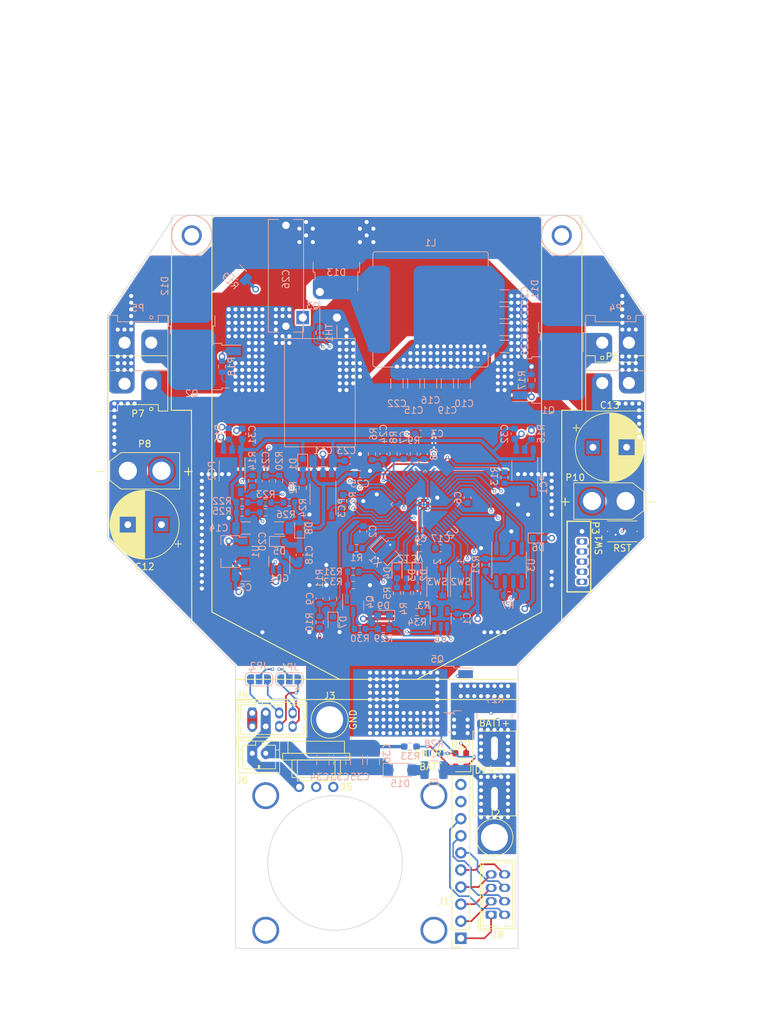
<source format=kicad_pcb>
(kicad_pcb (version 20211014) (generator pcbnew)
  (layers (0 "F.Cu" signal) (1 "In1.Cu" signal) (2 "In2.Cu" signal) (31 "B.Cu" signal) (34 "B.Paste" user) (35 "F.Paste" user) (36 "B.SilkS" user "B.Silkscreen") (37 "F.SilkS" user "F.Silkscreen") (38 "B.Mask" user) (39 "F.Mask" user) (44 "Edge.Cuts" user))
  (net 0 "")
  (net 1 "Net-(D10-Pad2)")
  (net 2 "GND")
  (net 3 "+3.3V")
  (net 4 "/BattVsense")
  (net 5 "Net-(PC2-Pad1)")
  (net 6 "Net-(PC2-Pad5)")
  (net 7 "/Kick2")
  (net 8 "/CAP_450V")
  (net 9 "Net-(Q1-Pad1)")
  (net 10 "Net-(Q2-Pad1)")
  (net 11 "/BoostVsense")
  (net 12 "/TEMP_1")
  (net 13 "/TEMP_0")
  (net 14 "Net-(D3-Pad2)")
  (net 15 "/TEMP_2")
  (net 16 "Net-(D4-Pad2)")
  (net 17 "+BATT")
  (net 18 "Net-(D1-Pad2)")
  (net 19 "/LED_1")
  (net 20 "Net-(D2-Pad2)")
  (net 21 "Net-(D12-Pad2)")
  (net 22 "/LED_2")
  (net 23 "Net-(D6-Pad2)")
  (net 24 "Net-(D11-Pad2)")
  (net 27 "Net-(D13-Pad2)")
  (net 28 "/16V")
  (net 29 "/ADC_PM16V")
  (net 30 "/-16V")
  (net 31 "Net-(C18-Pad1)")
  (net 32 "/CAN_H")
  (net 33 "/CAN_L")
  (net 34 "Net-(PC1-Pad1)")
  (net 35 "Net-(PC1-Pad5)")
  (net 38 "/NRST")
  (net 39 "/Kick1")
  (net 40 "/BOOST_PWM")
  (net 41 "/SW1")
  (net 42 "/SW2")
  (net 43 "Net-(R23-Pad1)")
  (net 44 "/OSC_IN")
  (net 45 "/OSC_OUT")
  (net 51 "Net-(C18-Pad2)")
  (net 52 "/USART_TX")
  (net 53 "/USART_RX")
  (net 54 "/CAN_RX")
  (net 55 "/CAN_TX")
  (net 56 "/SWDIO")
  (net 57 "/SWCLK")
  (net 60 "Net-(R21-Pad2)")
  (net 62 "Net-(F1-Pad2)")
  (net 63 "/PWM_N16V")
  (net 64 "Net-(PC3-Pad1)")
  (net 65 "Net-(PC3-Pad5)")
  (net 66 "/ADC_16V")
  (net 67 "/5V")
  (net 68 "/3.3V")
  (net 69 "/NCS")
  (net 70 "/MISO")
  (net 71 "/MOSI")
  (net 72 "/SCL")
  (net 73 "/RST")
  (net 74 "/CAN0_L")
  (net 75 "/CAN0_H")
  (net 76 "/CAN1_L")
  (net 77 "/CAN1_H")
  (net 78 "/LOGIC_POWER")
  (net 79 "Net-(Q4-Pad1)")
  (net 80 "Net-(D9-Pad2)")
  (net 81 "Net-(F1-Pad1)")
  (net 82 "/BATT_CS")
  (net 83 "Net-(Q4-Pad3)")
  (net 84 "Net-(R34-Pad1)")
  (net 85 "Net-(J6-Pad2)")
  (net 86 "/POWER_SW_EN")
  (net 90 "Net-(D10-Pad1)")
  (net 91 "Net-(D14-Pad2)")
  (net 92 "/GND_")
  (net 93 "Net-(D15-Pad2)")
  (footprint "user:Hirose_DF63M-2P-3.96DSA_1x02_P3.96mm_Vertical_pinless" (layer "F.Cu") (at 158.52 74.95)
    (fp_text reference "P6")
    (fp_text value "CONN_01X02")
  )
  (footprint "Connector_AMASS:AMASS_XT30U-M_1x02_P5.0mm_Vertical" (layer "F.Cu") (at 88 88)
    (fp_text reference "P8")
    (fp_text value "CONN_01X02")
  )
  (footprint "Connector_Hirose:Hirose_DF11-8DP-2DSA_2x04_P2.00mm_Vertical" (layer "F.Cu") (at 106.5 124)
    (fp_text reference "J4")
    (fp_text value "Conn_02x04_Odd_Even")
  )
  (footprint "Connector_Hirose:Hirose_DF11-8DP-2DSA_2x04_P2.00mm_Vertical" (layer "F.Cu") (at 142 154 90)
    (fp_text reference "J8")
    (fp_text value "Conn_02x04_Odd_Even")
  )
  (footprint "Connector_PinSocket_2.54mm:PinSocket_1x10_P2.54mm_Vertical" (layer "F.Cu") (at 137.5 157.5 180)
    (fp_text reference "J1")
    (fp_text value "Conn_01x10")
  )
  (footprint "TestPoint:TestPoint_Plated_Hole_D4.0mm" (layer "F.Cu") (at 142.5 142.5)
    (fp_text reference "J2")
    (fp_text value "Conn_01x01")
  )
  (footprint "LED_SMD:LED_0603_1608Metric" (layer "F.Cu") (at 137.5 132 180)
    (fp_text reference "D14")
    (fp_text value "LED")
  )
  (footprint "Connector_AMASS:AMASS_XT30U-M_1x02_P5.0mm_Vertical" (layer "F.Cu") (at 162 92.5 180)
    (fp_text reference "P10")
    (fp_text value "CONN_01X02")
  )
  (footprint "user:Reusable_Breaker_Top" (layer "F.Cu") (at 142.5 133 -90)
    (fp_text reference "F1")
    (fp_text value "Fuse")
  )
  (footprint "LED_SMD:LED_0603_1608Metric" (layer "F.Cu") (at 137.5 130)
    (fp_text reference "D10")
    (fp_text value "LED")
  )
  (footprint "TestPoint:TestPoint_Plated_Hole_D4.0mm" (layer "F.Cu") (at 118 125)
    (fp_text reference "J3")
    (fp_text value "Conn_01x01")
  )
  (footprint "Capacitor_THT:CP_Radial_D10.0mm_P5.00mm" (layer "F.Cu") (at 157.132323 84.5)
    (fp_text reference "C13")
    (fp_text value "4.7u")
  )
  (footprint "user:Hirose_DF63M-2P-3.96DSA_1x02_P3.96mm_Vertical_pinless" (layer "F.Cu") (at 91.48 75.05 180)
    (fp_text reference "P7")
    (fp_text value "CONN_01X02")
  )
  (footprint "Capacitor_THT:CP_Radial_D10.0mm_P5.00mm" (layer "F.Cu") (at 93 96 180)
    (fp_text reference "C12")
    (fp_text value "4.7u")
  )
  (footprint "user:ZH_B6B-ZR" (layer "F.Cu") (at 155.5 97 -90)
    (fp_text reference "P3")
    (fp_text value "CONN_01X06")
  )
  (footprint "user:VX07805-500" (layer "F.Cu") (at 116 135)
    (fp_text reference "J5")
    (fp_text value "Conn_01x03")
  )
  (footprint "Connector_JST:JST_PH_B2B-PH-K_1x02_P2.00mm_Vertical" (layer "F.Cu") (at 106.5 130)
    (fp_text reference "J6")
    (fp_text value "Conn_01x02")
  )
  (footprint "Button_Switch_SMD:SW_Push_1P1T_NO_CK_KMR2" (layer "F.Cu") (at 161.5 97)
    (fp_text reference "SW1")
    (fp_text value "SW_Push")
  )
  (footprint "LED_SMD:LED_0603_1608Metric" (layer "B.Cu") (at 114 87 -90)
    (fp_text reference "D1")
    (fp_text value "LED")
  )
  (footprint "Resistor_SMD:R_0603_1608Metric" (layer "B.Cu") (at 116.5 110.5 90)
    (fp_text reference "R10")
    (fp_text value "10k")
  )
  (footprint "Capacitor_SMD:C_1206_3216Metric" (layer "B.Cu") (at 133 75 -90)
    (fp_text reference "C16")
    (fp_text value "4.7u")
  )
  (footprint "Capacitor_SMD:C_1206_3216Metric" (layer "B.Cu") (at 117 86.5 180)
    (fp_text reference "C11")
    (fp_text value "4.7u")
  )
  (footprint "user:Hirose_DF63M-2P-3.96DSA_1x02_P3.96mm_Vertical_pinless" (layer "B.Cu") (at 91.48 68.95 180)
    (fp_text reference "P5")
    (fp_text value "CONN_01X02")
  )
  (footprint "Capacitor_SMD:C_1206_3216Metric" (layer "B.Cu") (at 135.5 75 -90)
    (fp_text reference "C19")
    (fp_text value "4.7u")
  )
  (footprint "Jumper:SolderJumper-3_P1.3mm_Open_RoundedPad1.0x1.5mm" (layer "B.Cu") (at 107.5 119)
    (fp_text reference "JP2")
    (fp_text value "Jumper_3_Open")
  )
  (footprint "Resistor_SMD:R_0603_1608Metric" (layer "B.Cu") (at 131 106.175 -90)
    (fp_text reference "R3")
    (fp_text value "4.7k")
  )
  (footprint "Capacitor_SMD:C_0603_1608Metric" (layer "B.Cu") (at 137 110 90)
    (fp_text reference "C1")
    (fp_text value "0.1u")
  )
  (footprint "Capacitor_SMD:C_1206_3216Metric" (layer "B.Cu") (at 105.5 103.5)
    (fp_text reference "C5")
    (fp_text value "4.7u")
  )
  (footprint "Resistor_SMD:R_0603_1608Metric" (layer "B.Cu") (at 130.5 85.5 90)
    (fp_text reference "R9")
    (fp_text value "10k")
  )
  (footprint "Resistor_SMD:R_0603_1608Metric_Pad0.98x0.95mm_HandSolder" (layer "B.Cu") (at 120 92.5 90)
    (fp_text reference "R12")
    (fp_text value "100")
  )
  (footprint "Package_TO_SOT_SMD:SOT-23-5" (layer "B.Cu") (at 110.525 101.5 90)
    (fp_text reference "GD1")
    (fp_text value "MCP1402T")
  )
  (footprint "Resistor_SMD:R_1206_3216Metric" (layer "B.Cu") (at 104.5 58.5 -45)
    (fp_text reference "R19")
    (fp_text value "1M")
  )
  (footprint "Resistor_SMD:R_0603_1608Metric" (layer "B.Cu") (at 129.5 106.175 -90)
    (fp_text reference "R4")
    (fp_text value "4.7k")
  )
  (footprint "Resistor_SMD:R_0603_1608Metric" (layer "B.Cu") (at 108.475 92.71 180)
    (fp_text reference "R23")
    (fp_text value "10k")
  )
  (footprint "Capacitor_SMD:C_1206_3216Metric" (layer "B.Cu") (at 117 131 -90)
    (fp_text reference "C34")
    (fp_text value "4.7u")
  )
  (footprint "Capacitor_SMD:C_0603_1608Metric" (layer "B.Cu") (at 138.5 92 -90)
    (fp_text reference "C6")
    (fp_text value "0.1u")
  )
  (footprint "Resistor_SMD:R_0603_1608Metric" (layer "B.Cu") (at 148 74.5 -90)
    (fp_text reference "R17")
    (fp_text value "1k")
  )
  (footprint "Capacitor_SMD:C_1206_3216Metric" (layer "B.Cu") (at 122 131 -90)
    (fp_text reference "C35")
    (fp_text value "4.7u")
  )
  (footprint "Diode_SMD:D_0603_1608Metric" (layer "B.Cu") (at 113.525 96.5 90)
    (fp_text reference "D8")
    (fp_text value "D")
  )
  (footprint "Resistor_SMD:R_0603_1608Metric" (layer "B.Cu") (at 106.5 89.5 90)
    (fp_text reference "R14")
    (fp_text value "100")
  )
  (footprint "user:TO-252-2-RD" (layer "B.Cu") (at 152.5 65 90)
    (fp_text reference "D11")
    (fp_text value "D")
  )
  (footprint "Capacitor_SMD:C_0603_1608Metric" (layer "B.Cu") (at 129 85.5 -90)
    (fp_text reference "C7")
    (fp_text value "0.1u")
  )
  (footprint "Resistor_SMD:R_0603_1608Metric" (layer "B.Cu") (at 118.5 107 90)
    (fp_text reference "R11")
    (fp_text value "1k")
  )
  (footprint "Capacitor_SMD:C_0603_1608Metric" (layer "B.Cu") (at 131.5 82.5 180)
    (fp_text reference "C3")
    (fp_text value "0.1u")
  )
  (footprint "Resistor_SMD:R_0603_1608Metric_Pad0.98x0.95mm_HandSolder" (layer "B.Cu") (at 133.5 130 180)
    (fp_text reference "R28")
    (fp_text value "10k")
  )
  (footprint "Resistor_SMD:R_0603_1608Metric" (layer "B.Cu") (at 121.5 105 180)
    (fp_text reference "R32")
    (fp_text value "1k")
  )
  (footprint "Resistor_SMD:R_0603_1608Metric" (layer "B.Cu") (at 128 106.175 -90)
    (fp_text reference "R5")
    (fp_text value "4.7k")
  )
  (footprint "Resistor_SMD:R_0603_1608Metric" (layer "B.Cu") (at 122.5 111.5)
    (fp_text reference "R30")
    (fp_text value "100")
  )
  (footprint "Resistor_SMD:R_0603_1608Metric" (layer "B.Cu") (at 126 111.5)
    (fp_text reference "R29")
    (fp_text value "1k")
  )
  (footprint "Resistor_SMD:R_0603_1608Metric" (layer "B.Cu") (at 104.975 94.2 180)
    (fp_text reference "R25")
    (fp_text value "10k")
  )
  (footprint "Capacitor_SMD:C_0603_1608Metric" (layer "B.Cu") (at 116.5 107 -90)
    (fp_text reference "C9")
    (fp_text value "0.1u")
  )
  (footprint "Capacitor_SMD:C_0603_1608Metric" (layer "B.Cu") (at 122.5 88.5)
    (fp_text reference "C25")
    (fp_text value "1u")
  )
  (footprint "Package_QFP:LQFP-48_7x7mm_P0.5mm" (layer "B.Cu") (at 132.175 93 45)
    (fp_text reference "U2")
    (fp_text value "STM32F103_48")
  )
  (footprint "Capacitor_SMD:C_0603_1608Metric" (layer "B.Cu") (at 131.5 99.5 180)
    (fp_text reference "C4")
    (fp_text value "0.1u")
  )
  (footprint "Crystal:Resonator_SMD_Murata_CSTxExxV-3Pin_3.0x1.1mm" (layer "B.Cu") (at 126.175 100 -45)
    (fp_text reference "X1")
    (fp_text value "ceralock")
  )
  (footprint "Diode_SMD:D_0603_1608Metric" (layer "B.Cu") (at 149 98)
    (fp_text reference "D6")
    (fp_text value "D")
  )
  (footprint "Capacitor_SMD:C_1206_3216Metric" (layer "B.Cu") (at 144 64.5)
    (fp_text reference "C27")
    (fp_text value "4.7u")
  )
  (footprint "Package_SO:MFSOP6-5_4.4x3.6mm_P1.27mm" (layer "B.Cu") (at 103.5 88 90)
    (fp_text reference "PC2")
    (fp_text value "TLP117")
  )
  (footprint "Resistor_SMD:R_0603_1608Metric" (layer "B.Cu") (at 104.975 92.7 180)
    (fp_text reference "R22")
    (fp_text value "10k")
  )
  (footprint "Fuse:Fuse_1210_3225Metric" (layer "B.Cu") (at 133.5 132.5)
    (fp_text reference "F2")
    (fp_text value "Fuse")
  )
  (footprint "Capacitor_SMD:C_0603_1608Metric" (layer "B.Cu") (at 108.5 89.5 90)
    (fp_text reference "C21")
    (fp_text value "0.1u")
  )
  (footprint "Capacitor_SMD:C_1206_3216Metric" (layer "B.Cu") (at 138 75 -90)
    (fp_text reference "C10")
    (fp_text value "4.7u")
  )
  (footprint "Resistor_SMD:R_0603_1608Metric" (layer "B.Cu") (at 102 72.5 90)
    (fp_text reference "R18")
    (fp_text value "1k")
  )
  (footprint "Diode_SMD:D_0603_1608Metric_Pad1.05x0.95mm_HandSolder" (layer "B.Cu") (at 126 109.5 180)
    (fp_text reference "D9")
    (fp_text value "D_Zener")
  )
  (footprint "Fuse:Fuse_1210_3225Metric" (layer "B.Cu") (at 136 125.5 180)
    (fp_text reference "F3")
    (fp_text value "Fuse")
  )
  (footprint "Capacitor_SMD:C_0603_1608Metric" (layer "B.Cu") (at 132 85.5 -90)
    (fp_text reference "C8")
    (fp_text value "0.1u")
  )
  (footprint "user:TO-220F-3_Horizontal_TabDown_HV" (layer "B.Cu") (at 114 65.2175)
    (fp_text reference "Q3")
    (fp_text value "Q_NMOS_GDS")
  )
  (footprint "Package_TO_SOT_SMD:SOT-23" (layer "B.Cu") (at 121.5 108 -90)
    (fp_text reference "Q4")
    (fp_text value "Q_NMOS_GSD")
  )
  (footprint "Resistor_SMD:R_0603_1608Metric" (layer "B.Cu") (at 127.5 85.5 90)
    (fp_text reference "R8")
    (fp_text value "10k")
  )
  (footprint "Resistor_SMD:R_0603_1608Metric" (layer "B.Cu") (at 122 99.5)
    (fp_text reference "R1")
    (fp_text value "1k")
  )
  (footprint "Package_TO_SOT_SMD:SOT-23-6" (layer "B.Cu") (at 134.5 110 -90)
    (fp_text reference "U5")
    (fp_text value "INA199")
  )
  (footprint "Capacitor_SMD:C_0603_1608Metric" (layer "B.Cu") (at 134.5 99.5 180)
    (fp_text reference "C17")
    (fp_text value "0.1u")
  )
  (footprint "Resistor_SMD:R_0603_1608Metric" (layer "B.Cu") (at 108.465 94.18 180)
    (fp_text reference "R26")
    (fp_text value "1k")
  )
  (footprint "Resistor_SMD:R_0603_1608Metric_Pad0.98x0.95mm_HandSolder" (layer "B.Cu") (at 114 90.5 -90)
    (fp_text reference "R2")
    (fp_text value "10k")
  )
  (footprint "Capacitor_SMD:C_1206_3216Metric" (layer "B.Cu") (at 110.525 96.5)
    (fp_text reference "C20")
    (fp_text value "4.7u")
  )
  (footprint "Capacitor_SMD:C_0603_1608Metric" (layer "B.Cu") (at 145.5 82.5 90)
    (fp_text reference "C32")
    (fp_text value "1u")
  )
  (footprint "Capacitor_SMD:C_0603_1608Metric" (layer "B.Cu") (at 126 85.5 -90)
    (fp_text reference "C24")
    (fp_text value "0.1u")
  )
  (footprint "Resistor_SMD:R_0603_1608Metric_Pad0.98x0.95mm_HandSolder" (layer "B.Cu") (at 141.175 102 -90)
    (fp_text reference "R21")
    (fp_text value "1k")
  )
  (footprint "Package_SO:MFSOP6-5_4.4x3.6mm_P1.27mm" (layer "B.Cu") (at 147 88 90)
    (fp_text reference "PC1")
    (fp_text value "TLP117")
  )
  (footprint "Button_Switch_SMD:SW_Push_1P1T_NO_CK_KMR2" (layer "B.Cu") (at 134 104.5 90)
    (fp_text reference "SW3")
    (fp_text value "SW_Push")
  )
  (footprint "Capacitor_SMD:C_1206_3216Metric" (layer "B.Cu") (at 124.5 131 -90)
    (fp_text reference "C36")
    (fp_text value "4.7u")
  )
  (footprint "LED_SMD:LED_0603_1608Metric" (layer "B.Cu") (at 128 103.175 -90)
    (fp_text reference "D4")
    (fp_text value "LED")
  )
  (footprint "Resistor_SMD:R_0603_1608Metric" (layer "B.Cu") (at 116.5 67.5 90)
    (fp_text reference "TH1")
    (fp_text value "Thermistor")
  )
  (footprint "LED_SMD:LED_0603_1608Metric" (layer "B.Cu") (at 131 103.175 -90)
    (fp_text reference "D2")
    (fp_text value "LED")
  )
  (footprint "Capacitor_SMD:C_1206_3216Metric" (layer "B.Cu") (at 128 75 -90)
    (fp_text reference "C22")
    (fp_text value "4.7u")
  )
  (footprint "Capacitor_THT:C_Rect_L16.5mm_W5.0mm_P15.00mm_MKT" (layer "B.Cu") (at 111.5 66.5 90)
    (fp_text reference "C26")
    (fp_text value "1u")
  )
  (footprint "user:Hirose_DF63M-2P-3.96DSA_1x02_P3.96mm_Vertical_pinless" (layer "B.Cu") (at 162.48 68.95 180)
    (fp_text reference "P4")
    (fp_text value "CONN_01X02")
  )
  (footprint "Resistor_SMD:R_0603_1608Metric" (layer "B.Cu") (at 110.5 89.5 -90)
    (fp_text reference "R20")
    (fp_text value "4.7k")
  )
  (footprint "Inductor_SMD:L_Bourns_SRP1770TA_16.9x16.9mm" (layer "B.Cu") (at 133 64 180)
    (fp_text reference "L1")
    (fp_text value "10uH")
  )
  (footprint "Capacitor_SMD:C_0603_1608Metric" (layer "B.Cu") (at 123 97 90)
    (fp_text reference "C2")
    (fp_text value "0.1u")
  )
  (footprint "LED_SMD:LED_0603_1608Metric" (layer "B.Cu") (at 129.5 103.175 -90)
    (fp_text reference "D3")
    (fp_text value "LED")
  )
  (footprint "Package_TO_SOT_SMD:TO-252-2" (layer "B.Cu") (at 134 120.5 180)
    (fp_text reference "Q5")
    (fp_text value "Q_PMOS_GDS")
  )
  (footprint "Diode_SMD:D_0603_1608Metric" (layer "B.Cu") (at 110.525 98.5)
    (fp_text reference "D5")
    (fp_text value "D")
  )
  (footprint "Capacitor_SMD:C_0603_1608Metric" (layer "B.Cu") (at 113.525 100.5 90)
    (fp_text reference "C18")
    (fp_text value "1u")
  )
  (footprint "user:TO-252-2-RD" (layer "B.Cu") (at 97.5 64 90)
    (fp_text reference "D12")
    (fp_text value "D")
  )
  (footprint "user:TO-252-2-RD" (layer "B.Cu") (at 119 56 90)
    (fp_text reference "D13")
    (fp_text value "D")
  )
  (footprint "Resistor_SMD:R_0603_1608Metric" (layer "B.Cu") (at 111.975 92.7 180)
    (fp_text reference "R24")
    (fp_text value "1k")
  )
  (footprint "Resistor_SMD:R_1020_2550Metric" (layer "B.Cu") (at 142.5 124.5 90)
    (fp_text reference "R27")
    (fp_text value "10m")
  )
  (footprint "Capacitor_SMD:C_0603_1608Metric" (layer "B.Cu") (at 105 82.5 -90)
    (fp_text reference "C31")
    (fp_text value "1u")
  )
  (footprint "Capacitor_SMD:C_1206_3216Metric" (layer "B.Cu") (at 144 62)
    (fp_text reference "C29")
    (fp_text value "4.7u")
  )
  (footprint "Package_TO_SOT_SMD:SOT-89-3" (layer "B.Cu") (at 103.5 100 180)
    (fp_text reference "U1")
    (fp_text value "L78L15_SOT89")
  )
  (footprint "Package_SO:MFSOP6-5_4.4x3.6mm_P1.27mm" (layer "B.Cu") (at 117 91.5 90)
    (fp_text reference "PC3")
    (fp_text value "TLP117")
  )
  (footprint "Capacitor_SMD:C_1206_3216Metric" (layer "B.Cu") (at 105.525 96.5)
    (fp_text reference "C14")
    (fp_text value "4.7u")
  )
  (footprint "Diode_SMD:D_0603_1608Metric" (layer "B.Cu") (at 118.5 110.5 -90)
    (fp_text reference "D7")
    (fp_text value "D_Zener_3.3V")
  )
  (footprint "Resistor_SMD:R_0603_1608Metric_Pad0.98x0.95mm_HandSolder" (layer "B.Cu") (at 130 129)
    (fp_text reference "R33")
    (fp_text value "10k")
  )
  (footprint "Capacitor_SMD:C_0603_1608Metric" (layer "B.Cu") (at 121 86.5)
    (fp_text reference "C23")
    (fp_text value "1u")
  )
  (footprint "Capacitor_SMD:C_1206_3216Metric" (layer "B.Cu") (at 144 69.5)
    (fp_text reference "C28")
    (fp_text value "4.7u")
  )
  (footprint "Capacitor_SMD:C_1206_3216Metric" (layer "B.Cu") (at 119.5 131 -90)
    (fp_text reference "C33")
    (fp_text value "4.7u")
  )
  (footprint "Resistor_SMD:R_0603_1608Metric" (layer "B.Cu") (at 103 82.5 90)
    (fp_text reference "R16")
    (fp_text value "10")
  )
  (footprint "Jumper:SolderJumper-3_P1.3mm_Open_RoundedPad1.0x1.5mm" (layer "B.Cu") (at 112 119 180)
    (fp_text reference "JP1")
    (fp_text value "Jumper_3_Open")
  )
  (footprint "Capacitor_SMD:C_1206_3216Metric" (layer "B.Cu") (at 144 67)
    (fp_text reference "C30")
    (fp_text value "4.7u")
  )
  (footprint "Button_Switch_SMD:SW_Push_1P1T_NO_CK_KMR2" (layer "B.Cu") (at 137.5 104.5 90)
    (fp_text reference "SW2")
    (fp_text value "SW_Push")
  )
  (footprint "Resistor_SMD:R_0603_1608Metric" (layer "B.Cu") (at 131 109 180)
    (fp_text reference "R34")
    (fp_text value "100")
  )
  (footprint "Package_TO_SOT_SMD:TO-252-2" (layer "B.Cu") (at 99.5 72.5 180)
    (fp_text reference "Q2")
    (fp_text value "Q_NMOS_GDS")
  )
  (footprint "Resistor_SMD:R_0603_1608Metric" (layer "B.Cu") (at 121.5 103)
    (fp_text reference "R31")
    (fp_text value "100")
  )
  (footprint "Package_SO:SOIC-8_3.9x4.9mm_P1.27mm" (layer "B.Cu") (at 144.675 102 -90)
    (fp_text reference "U3")
    (fp_text value "LTC2875-S8")
  )
  (footprint "Diode_SMD:D_MiniMELF" (layer "B.Cu") (at 128.5 132.5)
    (fp_text reference "D15")
    (fp_text value "D")
  )
  (footprint "Resistor_SMD:R_0603_1608Metric" (layer "B.Cu") (at 148 82.5 90)
    (fp_text reference "R15")
    (fp_text value "10")
  )
  (footprint "Resistor_SMD:R_0603_1608Metric" (layer "B.Cu") (at 144 89 90)
    (fp_text reference "R13")
    (fp_text value "100")
  )
  (footprint "Resistor_SMD:R_0603_1608Metric" (layer "B.Cu") (at 144.675 106.5 180)
    (fp_text reference "R7")
    (fp_text value "120")
  )
  (footprint "Resistor_SMD:R_0603_1608Metric" (layer "B.Cu") (at 124.287142 85.5 90)
    (fp_text reference "R6")
    (fp_text value "10k")
  )
  (footprint "Package_TO_SOT_SMD:TO-252-2" (layer "B.Cu") (at 150.5 74.5)
    (fp_text reference "Q1")
    (fp_text value "Q_NMOS_GDS")
  )
  (footprint "Capacitor_SMD:C_1206_3216Metric" (layer "B.Cu") (at 130.5 75 -90)
    (fp_text reference "C15")
    (fp_text value "4.7u")
  )
  (gr_circle (center 152.5 53) (end 155.5 53) (layer "B.SilkS") (width 0.15) (fill none))
  (gr_circle (center 97.5 53) (end 100.5 53) (layer "B.SilkS") (width 0.15) (fill none))
  (gr_line (start 100.5 109) (end 100.5 50) (layer "F.SilkS") (width 0.15))
  (gr_line (start 104 119) (end 146 119) (layer "F.SilkS") (width 0.15))
  (gr_line (start 149.5 50) (end 149.5 109) (layer "F.SilkS") (width 0.15))
  (gr_line (start 155.5 79) (end 152.5 79) (layer "F.SilkS") (width 0.15))
  (gr_line (start 146 122) (end 104 122) (layer "F.SilkS") (width 0.15))
  (gr_circle (center 97.5 53) (end 94.5 53) (layer "F.SilkS") (width 0.15) (fill none))
  (gr_circle (center 152.5 53) (end 155.5 53) (layer "F.SilkS") (width 0.15) (fill none))
  (gr_line (start 97.46 79) (end 97.5 110.5) (layer "F.SilkS") (width 0.15))
  (gr_line (start 94.46 79) (end 97.46 79) (layer "F.SilkS") (width 0.15))
  (gr_line (start 155.5 79) (end 155.5 50) (layer "F.SilkS") (width 0.15))
  (gr_line (start 119.5 119) (end 100.5 109) (layer "F.SilkS") (width 0.15))
  (gr_line (start 131 119) (end 149.5 109) (layer "F.SilkS") (width 0.15))
  (gr_line (start 94.5 50) (end 94.46 79) (layer "F.SilkS") (width 0.15))
  (gr_line (start 152.5 79) (end 152.5 110.5) (layer "F.SilkS") (width 0.15))
  (gr_line (start 104 117) (end 85 98) (layer "Edge.Cuts") (width 0.1))
  (gr_line (start 165 65) (end 165 98) (layer "Edge.Cuts") (width 0.1))
  (gr_line (start 95 50) (end 155 50) (layer "Edge.Cuts") (width 0.1))
  (gr_line (start 165 98) (end 146 117) (layer "Edge.Cuts") (width 0.1))
  (gr_line (start 85 65) (end 95 50) (layer "Edge.Cuts") (width 0.1))
  (gr_line (start 155 50) (end 165 65) (layer "Edge.Cuts") (width 0.1))
  (gr_line (start 146 159) (end 146 117) (layer "Edge.Cuts") (width 0.1))
  (gr_line (start 104 117) (end 104 159) (layer "Edge.Cuts") (width 0.1))
  (gr_line (start 85 98) (end 85 65) (layer "Edge.Cuts") (width 0.1))
  (gr_line (start 104 159) (end 146 159) (layer "Edge.Cuts") (width 0.1))
  (gr_circle (center 118.8 146.3) (end 128.8 146.3) (layer "Edge.Cuts") (width 0.1) (fill none))
  (gr_text "2" (at 134 101.5 90) (layer "B.SilkS") (effects (font (size 1 1)) (justify mirror)))
  (gr_text "3V" (at 131 101 180) (layer "B.SilkS") (effects (font (size 1 1)) (justify mirror)))
  (gr_text "1" (at 137.5 101.5 90) (layer "B.SilkS") (effects (font (size 1 1)) (justify mirror)))
  (gr_text "21" (at 129 101 180) (layer "B.SilkS") (effects (font (size 1 1)) (justify mirror)))
  (gr_text "BATT+" (at 142.5 125.5) (layer "F.SilkS") (effects (font (size 1 1))))
  (gr_text "RST" (at 161.5 99.5) (layer "F.SilkS") (effects (font (size 1 1))))
  (gr_text "BATT" (at 133 132) (layer "F.SilkS") (effects (font (size 1 1))))
  (gr_text "SHORT" (at 133 130) (layer "F.SilkS") (effects (font (size 1 1))))
  (gr_text "GND" (at 121.5 125 90) (layer "F.SilkS") (effects (font (size 1 1))))
  (via (at 152.5 53) (size 3) (drill 2.2) (layers "F.Cu" "B.Cu") (net 0))
  (via (at 108.5 156.3) (size 4) (drill 3.2) (layers "F.Cu" "B.Cu") (net 0))
  (via (at 108.5 136.3) (size 4) (drill 3.2) (layers "F.Cu" "B.Cu") (net 0))
  (via (at 97.5 53) (size 3) (drill 2.2) (layers "F.Cu" "B.Cu") (net 0))
  (via (at 133.5 156.3) (size 4) (drill 3.2) (layers "F.Cu" "B.Cu") (net 0))
  (via (at 133.5 136.3) (size 4) (drill 3.2) (layers "F.Cu" "B.Cu") (net 0))
  (segment (start 138.2875 129.2875) (end 137.5 128.5) (width 0.25) (layer "F.Cu") (net 1))
  (segment (start 138.2875 130) (end 138.2875 129.2875) (width 0.25) (layer "F.Cu") (net 1))
  (via (at 141.5 120) (size 1) (drill 0.6) (layers "F.Cu" "B.Cu") (net 1))
  (via (at 138.5 127) (size 1) (drill 0.6) (layers "F.Cu" "B.Cu") (net 1))
  (via (at 138.5 120) (size 1) (drill 0.6) (layers "F.Cu" "B.Cu") (net 1))
  (via (at 144.5 121.5) (size 1) (drill 0.6) (layers "F.Cu" "B.Cu") (net 1))
  (via (at 140.5 120) (size 1) (drill 0.6) (layers "F.Cu" "B.Cu") (net 1))
  (via (at 138.5 125) (size 1) (drill 0.6) (layers "F.Cu" "B.Cu") (net 1))
  (via (at 136.5 126) (size 1) (drill 0.6) (layers "F.Cu" "B.Cu") (net 1))
  (via (at 139.5 120) (size 1) (drill 0.6) (layers "F.Cu" "B.Cu") (net 1))
  (via (at 141.5 121.5) (size 1) (drill 0.6) (layers "F.Cu" "B.Cu") (net 1))
  (via (at 144.5 120) (size 1) (drill 0.6) (layers "F.Cu" "B.Cu") (net 1))
  (via (at 136.5 125) (size 1) (drill 0.6) (layers "F.Cu" "B.Cu") (net 1))
  (via (at 136.5 127) (size 1) (drill 0.6) (layers "F.Cu" "B.Cu") (net 1))
  (via (at 137.5 121.5) (size 1) (drill 0.6) (layers "F.Cu" "B.Cu") (net 1))
  (via (at 142.5 121.5) (size 1) (drill 0.6) (layers "F.Cu" "B.Cu") (net 1))
  (via (at 143.5 121.5) (size 1) (drill 0.6) (layers "F.Cu" "B.Cu") (net 1))
  (via (at 142 124) (size 0.5) (drill 0.3) (layers "F.Cu" "B.Cu") (net 1))
  (via (at 142.5 120) (size 1) (drill 0.6) (layers "F.Cu" "B.Cu") (net 1))
  (via (at 138.5 121.5) (size 1) (drill 0.6) (layers "F.Cu" "B.Cu") (net 1))
  (via (at 138.5 126) (size 1) (drill 0.6) (layers "F.Cu" "B.Cu") (net 1))
  (via (at 140.5 121.5) (size 1) (drill 0.6) (layers "F.Cu" "B.Cu") (net 1))
  (via (at 139.5 121.5) (size 1) (drill 0.6) (layers "F.Cu" "B.Cu") (net 1))
  (via (at 137.5 120) (size 1) (drill 0.6) (layers "F.Cu" "B.Cu") (net 1))
  (via (at 143.5 120) (size 1) (drill 0.6) (layers "F.Cu" "B.Cu") (net 1))
  (via (at 137.5 128.5) (size 0.5) (drill 0.3) (layers "F.Cu" "B.Cu") (net 1))
  (via (at 135 113) (size 0.5) (drill 0.3) (layers "F.Cu" "B.Cu") (net 1))
  (segment (start 129 112.5) (end 128 111.5) (width 0.25) (layer "B.Cu") (net 1))
  (segment (start 137.5 128.5) (end 137.5 125.6) (width 0.25) (layer "B.Cu") (net 1))
  (segment (start 135 113) (end 134.5 112.5) (width 0.25) (layer "B.Cu") (net 1))
  (segment (start 134.5 112.5) (end 129 112.5) (width 0.25) (layer "B.Cu") (net 1))
  (segment (start 137.5 125.6) (end 137.4 125.5) (width 0.25) (layer "B.Cu") (net 1))
  (segment (start 142.5 123.5) (end 142.5 123.375) (width 0.5) (layer "B.Cu") (net 1))
  (segment (start 128 111.5) (end 126.825 111.5) (width 0.25) (layer "B.Cu") (net 1))
  (segment (start 142 124) (end 142.5 123.5) (width 0.5) (layer "B.Cu") (net 1))
  (segment (start 126.875 111.45) (end 126.825 111.5) (width 0.25) (layer "B.Cu") (net 1))
  (segment (start 134.5 112.5) (end 134.5 111.1375) (width 0.25) (layer "B.Cu") (net 1))
  (segment (start 126.875 109.5) (end 126.875 111.45) (width 0.25) (layer "B.Cu") (net 1))
  (segment (start 159.75 97.5) (end 159.45 97.8) (width 0.25) (layer "F.Cu") (net 2))
  (segment (start 132.5 90.5) (end 134 92) (width 0.5) (layer "F.Cu") (net 2))
  (segment (start 115 105) (end 115 94.5) (width 0.5) (layer "F.Cu") (net 2))
  (segment (start 146 93) (end 147.5 94.5) (width 0.5) (layer "F.Cu") (net 2))
  (segment (start 160.5 97.5) (end 159.75 97.5) (width 0.25) (layer "F.Cu") (net 2))
  (segment (start 127 99.175) (end 125.175 101) (width 0.5) (layer "F.Cu") (net 2))
  (segment (start 119.472536 111.972536) (end 120 111.445072) (width 0.25) (layer "F.Cu") (net 2))
  (segment (start 103 95) (end 105 95) (width 0.5) (layer "F.Cu") (net 2))
  (segment (start 145 97) (end 139 97) (width 0.5) (layer "F.Cu") (net 2))
  (segment (start 120 108.5) (end 120 107.5) (width 0.5) (layer "F.Cu") (net 2))
  (segment (start 105 95) (end 115 105) (width 0.5) (layer "F.Cu") (net 2))
  (segment (start 139 97) (end 134 92) (width 0.5) (layer "F.Cu") (net 2))
  (segment (start 118.5 101) (end 125.175 101) (width 0.5) (layer "F.Cu") (net 2))
  (segment (start 133.5 82.5) (end 133.5 84.5) (width 0.25) (layer "F.Cu") (net 2))
  (segment (start 115 94.5) (end 118.3 91.2) (width 0.5) (layer "F.Cu") (net 2))
  (segment (start 124 105) (end 117.5 105) (width 0.5) (layer "F.Cu") (net 2))
  (segment (start 106.5 124) (end 106.5 126) (width 1.5) (layer "F.Cu") (net 2))
  (segment (start 117.5 102) (end 118.5 101) (width 0.5) (layer "F.Cu") (net 2))
  (segment (start 120 107.5) (end 117.5 105) (width 0.5) (layer "F.Cu") (net 2))
  (segment (start 124 90.5) (end 132.5 90.5) (width 0.5) (layer "F.Cu") (net 2))
  (segment (start 118.3 91.2) (end 123.3 91.2) (width 0.5) (layer "F.Cu") (net 2))
  (segment (start 159.45 97.8) (end 163.55 97.8) (width 0.25) (layer "F.Cu") (net 2))
  (segment (start 127 99) (end 127 99.175) (width 0.5) (layer "F.Cu") (net 2))
  (segment (start 123.3 91.2) (end 124 90.5) (width 0.5) (layer "F.Cu") (net 2))
  (segment (start 124 88) (end 124 90.5) (width 0.5) (layer "F.Cu") (net 2))
  (segment (start 147.5 94.5) (end 145 97) (width 0.5) (layer "F.Cu") (net 2))
  (segment (start 120 111.445072) (end 120 108.5) (width 0.25) (layer "F.Cu") (net 2))
  (via (at 119.5 72) (size 1) (drill 0.6) (layers "F.Cu" "B.Cu") (net 2))
  (via (at 122.5 85.5) (size 1) (drill 0.6) (layers "F.Cu" "B.Cu") (net 2))
  (via (at 104 66) (size 1) (drill 0.6) (layers "F.Cu" "B.Cu") (net 2))
  (via (at 105 65) (size 1) (drill 0.6) (layers "F.Cu" "B.Cu") (net 2))
  (via (at 106 73) (size 1) (drill 0.6) (layers "F.Cu" "B.Cu") (net 2))
  (via (at 143 76) (size 1) (drill 0.6) (layers "F.Cu" "B.Cu") (net 2))
  (via (at 112 68) (size 1) (drill 0.6) (layers "F.Cu" "B.Cu") (net 2))
  (via (at 104 68) (size 1) (drill 0.6) (layers "F.Cu" "B.Cu") (net 2))
  (via (at 108 72) (size 1) (drill 0.6) (layers "F.Cu" "B.Cu") (net 2))
  (via (at 143 75) (size 1) (drill 0.6) (layers "F.Cu" "B.Cu") (net 2))
  (via (at 86 84) (size 1) (drill 0.6) (layers "F.Cu" "B.Cu") (net 2))
  (via (at 112 69) (size 1) (drill 0.6) (layers "F.Cu" "B.Cu") (net 2))
  (via (at 146 88.5) (size 1) (drill 0.6) (layers "F.Cu" "B.Cu") (net 2))
  (via (at 120.5 70) (size 1) (drill 0.6) (layers "F.Cu" "B.Cu") (net 2))
  (via (at 146 66) (size 1) (drill 0.6) (layers "F.Cu" "B.Cu") (net 2))
  (via (at 120.5 71) (size 1) (drill 0.6) (layers "F.Cu" "B.Cu") (net 2))
  (via (at 107 66) (size 1) (drill 0.6) (layers "F.Cu" "B.Cu") (net 2))
  (via (at 160.5 97.5) (size 0.5) (drill 0.3) (layers "F.Cu" "B.Cu") (net 2))
  (via (at 144 75) (size 1) (drill 0.6) (layers "F.Cu" "B.Cu") (net 2))
  (via (at 86 82) (size 1) (drill 0.6) (layers "F.Cu" "B.Cu") (net 2))
  (via (at 143 72) (size 1) (drill 0.6) (layers "F.Cu" "B.Cu") (net 2))
  (via (at 122.5 74) (size 1) (drill 0.6) (layers "F.Cu" "B.Cu") (net 2))
  (via (at 108 64) (size 1) (drill 0.6) (layers "F.Cu" "B.Cu") (net 2))
  (via (at 108 67) (size 1) (drill 0.6) (layers "F.Cu" "B.Cu") (net 2))
  (via (at 148 88.5) (size 1) (drill 0.6) (layers "F.Cu" "B.Cu") (net 2))
  (via (at 119.5 69) (size 1) (drill 0.6) (layers "F.Cu" "B.Cu") (net 2))
  (via (at 102 88.5) (size 1) (drill 0.6) (layers "F.Cu" "B.Cu") (net 2))
  (via (at 144 112) (size 1) (drill 0.6) (layers "F.Cu" "B.Cu") (net 2))
  (via (at 164 83) (size 1) (drill 0.6) (layers "F.Cu" "B.Cu") (net 2))
  (via (at 106 75) (size 1) (drill 0.6) (layers "F.Cu" "B.Cu") (net 2))
  (via (at 107 70) (size 1) (drill 0.6) (layers "F.Cu" "B.Cu") (net 2))
  (via (at 107 74) (size 1) (drill 0.6) (layers "F.Cu" "B.Cu") (net 2))
  (via (at 151 89.5) (size 1) (drill 0.6) (layers "F.Cu" "B.Cu") (net 2))
  (via (at 108 69) (size 1) (drill 0.6) (layers "F.Cu" "B.Cu") (net 2))
  (via (at 164 78) (size 1) (drill 0.6) (layers "F.Cu" "B.Cu") (net 2))
  (via (at 121.5 70) (size 1) (drill 0.6) (layers "F.Cu" "B.Cu") (net 2))
  (via (at 119.5 70) (size 1) (drill 0.6) (layers "F.Cu" "B.Cu") (net 2))
  (via (at 141 112) (size 1) (drill 0.6) (layers "F.Cu" "B.Cu") (net 2))
  (via (at 115 105) (size 1) (drill 0.6) (layers "F.Cu" "B.Cu") (net 2))
  (via (at 163 78) (size 1) (drill 0.6) (layers "F.Cu" "B.Cu") (net 2))
  (via (at 99 88.5) (size 1) (drill 0.6) (layers "F.Cu" "B.Cu") (net 2))
  (via (at 106 76) (size 1) (drill 0.6) (layers "F.Cu" "B.Cu") (net 2))
  (via (at 144 76) (size 1) (drill 0.6) (layers "F.Cu" "B.Cu") (net 2))
  (via (at 104 67) (size 1) (drill 0.6) (layers "F.Cu" "B.Cu") (net 2))
  (via (at 121.5 73) (size 1) (drill 0.6) (layers "F.Cu" "B.Cu") (net 2))
  (via (at 145 97) (size 1) (drill 0.6) (layers "F.Cu" "B.Cu") (net 2))
  (via (at 119.472536 111.972536) (size 1) (drill 0.6) (layers "F.Cu" "B.Cu") (net 2))
  (via (at 147 67) (size 1) (drill 0.6) (layers "F.Cu" "B.Cu") (net 2))
  (via (at 99 99.5) (size 1) (drill 0.6) (layers "F.Cu" "B.Cu") (net 2))
  (via (at 105 72) (size 1) (drill 0.6) (layers "F.Cu" "B.Cu") (net 2))
  (via (at 111 64) (size 1) (drill 0.6) (layers "F.Cu" "B.Cu") (net 2))
  (via (at 108 70) (size 1) (drill 0.6) (layers "F.Cu" "B.Cu") (net 2))
  (via (at 99 105.5) (size 1) (drill 0.6) (layers "F.Cu" "B.Cu") (net 2))
  (via (at 104 73) (size 1) (drill 0.6) (layers "F.Cu" "B.Cu") (net 2))
  (via (at 110 67) (size 1) (drill 0.6) (layers "F.Cu" "B.Cu") (net 2))
  (via (at 106 66) (size 1) (drill 0.6) (layers "F.Cu" "B.Cu") (net 2))
  (via (at 108 74) (size 1) (drill 0.6) (layers "F.Cu" "B.Cu") (net 2))
  (via (at 106 72) (size 1) (drill 0.6) (layers "F.Cu" "B.Cu") (net 2))
  (via (at 120.5 75) (size 1) (drill 0.6) (layers "F.Cu" "B.Cu") (net 2))
  (via (at 162 78) (size 1) (drill 0.6) (layers "F.Cu" "B.Cu") (net 2))
  (via (at 151 93.5) (size 1) (drill 0.6) (layers "F.Cu" "B.Cu") (net 2))
  (via (at 107 76) (size 1) (drill 0.6) (layers "F.Cu" "B.Cu") (net 2))
  (via (at 120.5 76) (size 1) (drill 0.6) (layers "F.Cu" "B.Cu") (net 2))
  (via (at 112 65) (size 1) (drill 0.6) (layers "F.Cu" "B.Cu") (net 2))
  (via (at 151 103) (size 1) (drill 0.6) (layers "F.Cu" "B.Cu") (net 2))
  (via (at 107 73) (size 1) (drill 0.6) (layers "F.Cu" "B.Cu") (net 2))
  (via (at 145 69) (size 1) (drill 0.6) (layers "F.Cu" "B.Cu") (net 2))
  (via (at 101.838578 82.972169) (size 1) (drill 0.6) (layers "F.Cu" "B.Cu") (net 2))
  (via (at 144 73) (size 1) (drill 0.6) (layers "F.Cu" "B.Cu") (net 2))
  (via (at 103 67) (size 1) (drill 0.6) (layers "F.Cu" "B.Cu") (net 2))
  (via (at 86 78) (size 1) (drill 0.6) (layers "F.Cu" "B.Cu") (net 2))
  (via (at 119.5 73) (size 1) (drill 0.6) (layers "F.Cu" "B.Cu") (net 2))
  (via (at 147.5 94.5) (size 1) (drill 0.6) (layers "F.Cu" "B.Cu") (net 2))
  (via (at 133.5 84.5) (size 0.5) (drill 0.3) (layers "F.Cu" "B.Cu") (net 2))
  (via (at 145 63) (size 1) (drill 0.6) (layers "F.Cu" "B.Cu") (net 2))
  (via (at 120.5 72) (size 1) (drill 0.6) (layers "F.Cu" "B.Cu") (net 2))
  (via (at 146 93) (size 1) (drill 0.6) (layers "F.Cu" "B.Cu") (net 2))
  (via (at 117.5 105) (size 1) (drill 0.6) (layers "F.Cu" "B.Cu") (net 2))
  (via (at 120.5 73) (size 1) (drill 0.6) (layers "F.Cu" "B.Cu") (net 2))
  (via (at 107 68) (size 1) (drill 0.6) (layers "F.Cu" "B.Cu") (net 2))
  (via (at 103 66) (size 1) (drill 0.6) (layers "F.Cu" "B.Cu") (net 2))
  (via (at 104 64) (size 1) (drill 0.6) (layers "F.Cu" "B.Cu") (net 2))
  (via (at 145 70) (size 1) (drill 0.6) (layers "F.Cu" "B.Cu") (net 2))
  (via (at 125 91.5) (size 1) (drill 0.6) (layers "F.Cu" "B.Cu") (net 2))
  (via (at 104 72) (size 1) (drill 0.6) (layers "F.Cu" "B.Cu") (net 2))
  (via (at 88 78) (size 1) (drill 0.6) (layers "F.Cu" "B.Cu") (net 2))
  (via (at 146 64) (size 1) (drill 0.6) (layers "F.Cu" "B.Cu") (net 2))
  (via (at 120.5 67) (size 1) (drill 0.6) (layers "F.Cu" "B.Cu") (net 2))
  (via (at 151 92.5) (size 1) (drill 0.6) (layers "F.Cu" "B.Cu") (net 2))
  (via (at 107 75) (size 1) (drill 0.6) (layers "F.Cu" "B.Cu") (net 2))
  (via (at 104 75) (size 1) (drill 0.6) (layers "F.Cu" "B.Cu") (net 2))
  (via (at 111 65) (size 1) (drill 0.6) (layers "F.Cu" "B.Cu") (net 2))
  (via (at 147 66) (size 1) (drill 0.6) (layers "F.Cu" "B.Cu") (net 2))
  (via (at 147 68) (size 1) (drill 0.6) (layers "F.Cu" "B.Cu") (net 2))
  (via (at 143 73) (size 1) (drill 0.6) (layers "F.Cu" "B.Cu") (net 2))
  (via (at 99 98.5) (size 1) (drill 0.6) (layers "F.Cu" "B.Cu") (net 2))
  (via (at 107 72) (size 1) (drill 0.6) (layers "F.Cu" "B.Cu") (net 2))
  (via (at 115 94.5) (size 1) (drill 0.6) (layers "F.Cu" "B.Cu") (net 2))
  (via (at 105 74) (size 1) (drill 0.6) (layers "F.Cu" "B.Cu") (net 2))
  (via (at 107 65) (size 1) (drill 0.6) (layers "F.Cu" "B.Cu") (net 2))
  (via (at 105 64) (size 1) (drill 0.6) (layers "F.Cu" "B.Cu") (net 2))
  (via (at 108 68) (size 1) (drill 0.6) (layers "F.Cu" "B.Cu") (net 2))
  (via (at 146 67) (size 1) (drill 0.6) (layers "F.Cu" "B.Cu") (net 2))
  (via (at 111 68) (size 1) (drill 0.6) (layers "F.Cu" "B.Cu") (net 2))
  (via (at 110 68) (size 1) (drill 0.6) (layers "F.Cu" "B.Cu") (net 2))
  (via (at 107 67) (size 1) (drill 0.6) (layers "F.Cu" "B.Cu") (net 2))
  (via (at 164 82) (size 1) (drill 0.6) (layers "F.Cu" "B.Cu") (net 2))
  (via (at 86 81) (size 1) (drill 0.6) (layers "F.Cu" "B.Cu") (net 2))
  (via (at 110 65) (size 1) (drill 0.6) (layers "F.Cu" "B.Cu") (net 2))
  (via (at 151 105) (size 1) (drill 0.6) (layers "F.Cu" "B.Cu") (net 2))
  (via (at 99 95.5) (size 1) (drill 0.6) (layers "F.Cu" "B.Cu") (net 2))
  (via (at 103 65) (size 1) (drill 0.6) (layers "F.Cu" "B.Cu") (net 2))
  (via (at 105 75) (size 1) (drill 0.6) (layers "F.Cu" "B.Cu") (net 2))
  (via (at 99 97.5) (size 1) (drill 0.6) (layers "F.Cu" "B.Cu") (net 2))
  (via (at 145 64) (size 1) (drill 0.6) (layers "F.Cu" "B.Cu") (net 2))
  (via (at 144 71) (size 1) (drill 0.6) (layers "F.Cu" "B.Cu") (net 2))
  (via (at 108 112) (size 1) (drill 0.6) (layers "F.Cu" "B.Cu") (net 2))
  (via (at 108 75) (size 1) (drill 0.6) (layers "F.Cu" "B.Cu") (net 2))
  (via (at 103 95) (size 1) (drill 0.6) (layers "F.Cu" "B.Cu") (net 2))
  (via (at 144 72) (size 1) (drill 0.6) (layers "F.Cu" "B.Cu") (net 2))
  (via (at 151 104) (size 1) (drill 0.6) (layers "F.Cu" "B.Cu") (net 2))
  (via (at 99 101.5) (size 1) (drill 0.6) (layers "F.Cu" "B.Cu") (net 2))
  (via (at 108 73) (size 1) (drill 0.6) (layers "F.Cu" "B.Cu") (net 2))
  (via (at 106 65) (size 1) (drill 0.6) (layers "F.Cu" "B.Cu") (net 2))
  (via (at 111 69) (size 1) (drill 0.6) (layers "F.Cu" "B.Cu") (net 2))
  (via (at 115 112) (size 1) (drill 0.6) (layers "F.Cu" "B.Cu") (net 2))
  (via (at 124 88) (size 1) (drill 0.6) (layers "F.Cu" "B.Cu") (net 2))
  (via (at 146 71) (size 1) (drill 0.6) (layers "F.Cu" "B.Cu") (net 2))
  (via (at 145 73) (size 1) (drill 0.6) (layers "F.Cu" "B.Cu") (net 2))
  (via (at 120.5 68) (size 1) (drill 0.6) (layers "F.Cu" "B.Cu") (net 2))
  (via (at 142 112) (size 1) (drill 0.6) (layers "F.Cu" "B.Cu") (net 2))
  (via (at 108 65) (size 1) (drill 0.6) (layers "F.Cu" "B.Cu") (net 2))
  (via (at 106 74) (size 1) (drill 0.6) (layers "F.Cu" "B.Cu") (net 2))
  (via (at 107 69) (size 1) (drill 0.6) (layers "F.Cu" "B.Cu") (net 2))
  (via (at 146 63) (size 1) (drill 0.6) (layers "F.Cu" "B.Cu") (net 2))
  (via (at 121.5 71) (size 1) (drill 0.6) (layers "F.Cu" "B.Cu") (net 2))
  (via (at 87 78) (size 1) (drill 0.6) (layers "F.Cu" "B.Cu") (net 2))
  (via (at 146 69) (size 1) (drill 0.6) (layers "F.Cu" "B.Cu") (net 2))
  (via (at 99 104.5) (size 1) (drill 0.6) (layers "F.Cu" "B.Cu") (net 2))
  (via (at 147 64) (size 1) (drill 0.6) (layers "F.Cu" "B.Cu") (net 2))
  (via (at 147 88.5) (size 1) (drill 0.6) (layers "F.Cu" "B.Cu") (net 2))
  (via (at 147 71) (size 1) (drill 0.6) (layers "F.Cu" "B.Cu") (net 2))
  (via (at 151 88.5) (size 1) (drill 0.6) (layers "F.Cu" "B.Cu") (net 2))
  (via (at 146 65) (size 1) (drill 0.6) (layers "F.Cu" "B.Cu") (net 2))
  (via (at 120.5 69) (size 1) (drill 0.6) (layers "F.Cu" "B.Cu") (net 2))
  (via (at 99 102.5) (size 1) (drill 0.6) (layers "F.Cu" "B.Cu") (net 2))
  (via (at 107 71) (size 1) (drill 0.6) (layers "F.Cu" "B.Cu") (net 2))
  (via (at 146 70) (size 1) (drill 0.6) (layers "F.Cu" "B.Cu") (net 2))
  (via (at 104 65) (size 1) (drill 0.6) (layers "F.Cu" "B.Cu") (net 2))
  (via (at 86 83) (size 1) (drill 0.6) (layers "F.Cu" "B.Cu") (net 2))
  (via (at 151 91.5) (size 1) (drill 0.6) (layers "F.Cu" "B.Cu") (net 2))
  (via (at 150 88.5) (size 1) (drill 0.6) (layers "F.Cu" "B.Cu") (net 2))
  (via (at 146 62) (size 1) (drill 0.6) (layers "F.Cu" "B.Cu") (net 2))
  (via (at 89 78) (size 1) (drill 0.6) (layers "F.Cu" "B.Cu") (net 2))
  (via (at 119.5 74) (size 1) (drill 0.6) (layers "F.Cu" "B.Cu") (net 2))
  (via (at 119.5 71) (size 1) (drill 0.6) (layers "F.Cu" "B.Cu") (net 2))
  (via (at 124 105) (size 1) (drill 0.6) (layers "F.Cu" "B.Cu") (net 2))
  (via (at 104.161422 82.027831) (size 1) (drill 0.6) (layers "F.Cu" "B.Cu") (net 2))
  (via (at 144 74) (size 1) (drill 0.6) (layers "F.Cu" "B.Cu") (net 2))
  (via (at 147 63) (size 1) (drill 0.6) (layers "F.Cu" "B.Cu") (net 2))
  (via (at 105 76) (size 1) (drill 0.6) (layers "F.Cu" "B.Cu") (net 2))
  (via (at 105 66) (size 1) (drill 0.6) (layers "F.Cu" "B.Cu") (net 2))
  (via (at 151 90.5) (size 1) (drill 0.6) (layers "F.Cu" "B.Cu") (net 2))
  (via (at 121.5 69) (size 1) (drill 0.6) (layers "F.Cu" "B.Cu") (net 2))
  (via (at 145 72) (size 1) (drill 0.6) (layers "F.Cu" "B.Cu") (net 2))
  (via (at 164 81) (size 1) (drill 0.6) (layers "F.Cu" "B.Cu") (net 2))
  (via (at 99 89.5) (size 1) (drill 0.6) (layers "F.Cu" "B.Cu") (net 2))
  (via (at 121.5 75) (size 1) (drill 0.6) (layers "F.Cu" "B.Cu") (net 2))
  (via (at 110 69) (size 1) (drill 0.6) (layers "F.Cu" "B.Cu") (net 2))
  (via (at 121.5 72) (size 1) (drill 0.6) (layers "F.Cu" "B.Cu") (net 2))
  (via (at 149 88.5) (size 1) (drill 0.6) (layers "F.Cu" "B.Cu") (net 2))
  (via (at 145 62) (size 1) (drill 0.6) (layers "F.Cu" "B.Cu") (net 2))
  (via (at 112 64) (size 1) (drill 0.6) (layers "F.Cu" "B.Cu") (net 2))
  (via (at 86 79) (size 1) (drill 0.6) (layers "F.Cu" "B.Cu") (net 2))
  (via (at 105 73) (size 1) (drill 0.6) (layers "F.Cu" "B.Cu") (net 2))
  (via (at 106 67) (size 1) (drill 0.6) (layers "F.Cu" "B.Cu") (net 2))
  (via (at 103 64) (size 1) (drill 0.6) (layers "F.Cu" "B.Cu") (net 2))
  (via (at 103 88.5) (size 1) (drill 0.6) (layers "F.Cu" "B.Cu") (net 2))
  (via (at 108 76) (size 1) (drill 0.6) (layers "F.Cu" "B.Cu") (net 2))
  (via (at 106 64) (size 1) (drill 0.6) (layers "F.Cu" "B.Cu") (net 2))
  (via (at 99 100.5) (size 1) (drill 0.6) (layers "F.Cu" "B.Cu") (net 2))
  (via (at 145 68) (size 1) (drill 0.6) (layers "F.Cu" "B.Cu") (net 2))
  (via (at 122.5 73) (size 1) (drill 0.6) (layers "F.Cu" "B.Cu") (net 2))
  (via (at 133.5 82.5) (size 0.5) (drill 0.3) (layers "F.Cu" "B.Cu") (net 2))
  (via (at 120.5 74) (size 1) (drill 0.6) (layers "F.Cu" "B.Cu") (net 2))
  (via (at 105 68) (size 1) (drill 0.6) (layers "F.Cu" "B.Cu") (net 2))
  (via (at 99 96.5) (size 1) (drill 0.6) (layers "F.Cu" "B.Cu") (net 2))
  (via (at 86 80) (size 1) (drill 0.6) (layers "F.Cu" "B.Cu") (net 2))
  (via (at 106 70) (size 1) (drill 0.6) (layers "F.Cu" "B.Cu") (net 2))
  (via (at 105 67) (size 1) (drill 0.6) (layers "F.Cu" "B.Cu") (net 2))
  (via (at 140.5 99.5) (size 1) (drill 0.6) (layers "F.Cu" "B.Cu") (net 2))
  (via (at 103 68) (size 1) (drill 0.6) (layers "F.Cu" "B.Cu") (net 2))
  (via (at 121.5 74) (size 1) (drill 0.6) (layers "F.Cu" "B.Cu") (net 2))
  (via (at 147 65) (size 1) (drill 0.6) (layers "F.Cu" "B.Cu") (net 2))
  (via (at 106 71) (size 1) (drill 0.6) (layers "F.Cu" "B.Cu") (net 2))
  (via (at 108 71) (size 1) (drill 0.6) (layers "F.Cu" "B.Cu") (net 2))
  (via (at 145 74) (size 1) (drill 0.6) (layers "F.Cu" "B.Cu") (net 2))
  (via (at 145 71) (size 1) (drill 0.6) (layers "F.Cu" "B.Cu") (net 2))
  (via (at 145 67) (size 1) (drill 0.6) (layers "F.Cu" "B.Cu") (net 2))
  (via (at 107 64) (size 1) (drill 0.6) (layers "F.Cu" "B.Cu") (net 2))
  (via (at 119.5 75) (size 1) (drill 0.6) (layers "F.Cu" "B.Cu") (net 2))
  (via (at 99 92.5) (size 1) (drill 0.6) (layers "F.Cu" "B.Cu") (net 2))
  (via (at 104 74) (size 1) (drill 0.6) (layers "F.Cu" "B.Cu") (net 2))
  (via (at 106 68) (size 1) (drill 0.6) (layers "F.Cu" "B.Cu") (net 2))
  (via (at 164 79) (size 1) (drill 0.6) (layers "F.Cu" "B.Cu") (net 2))
  (via (at 101 88.5) (size 1) (drill 0.6) (layers "F.Cu" "B.Cu") (net 2))
  (via (at 164 80) (size 1) (drill 0.6) (layers "F.Cu" "B.Cu") (net 2))
  (via (at 100 88.5) (size 1) (drill 0.6) (layers "F.Cu" "B.Cu") (net 2))
  (via (at 134 92) (size 1) (drill 0.6) (layers "F.Cu" "B.Cu") (net 2))
  (via (at 99 103.5) (size 1) (drill 0.6) (layers "F.Cu" "B.Cu") (net 2))
  (via (at 151 94.5) (size 1) (drill 0.6) (layers "F.Cu" "B.Cu") (net 2))
  (via (at 110 66) (size 1) (drill 0.6) (layers "F.Cu" "B.Cu") (net 2))
  (via (at 106 69) (size 1) (drill 0.6) (layers "F.Cu" "B.Cu") (net 2))
  (via (at 125.175 101) (size 0.5) (drill 0.3) (layers "F.Cu" "B.Cu") (net 2))
  (via (at 123 92.5) (size 1) (drill 0.6) (layers "F.Cu" "B.Cu") (net 2))
  (via (at 117.5 102) (size 1) (drill 0.6) (layers "F.Cu" "B.Cu") (net 2))
  (via (at 148 72.5) (size 1) (drill 0.6) (layers "F.Cu" "B.Cu") (net 2))
  (via (at 147 69) (size 1) (drill 0.6) (layers "F.Cu" "B.Cu") (net 2))
  (via (at 110 64) (size 1) (drill 0.6) (layers "F.Cu" "B.Cu") (net 2))
  (via (at 99 93.5) (size 1) (drill 0.6) (layers "F.Cu" "B.Cu") (net 2))
  (via (at 145 75) (size 1) (drill 0.6) (layers "F.Cu" "B.Cu") (net 2))
  (via (at 145 65) (size 1) (drill 0.6) (layers "F.Cu" "B.Cu") (net 2))
  (via (at 143 74) (size 1) (drill 0.6) (layers "F.Cu" "B.Cu") (net 2))
  (via (at 99 94.5) (size 1) (drill 0.6) (layers "F.Cu" "B.Cu") (net 2))
  (via (at 99 90.5) (size 1) (drill 0.6) (layers "F.Cu" "B.Cu") (net 2))
  (via (at 143 112) (size 1) (drill 0.6) (layers "F.Cu" "B.Cu") (net 2))
  (via (at 146 68) (size 1) (drill 0.6) (layers "F.Cu" "B.Cu") (net 2))
  (via (at 146.5 82.5) (size 1) (drill 0.6) (layers "F.Cu" "B.Cu") (net 2))
  (via (at 147 70) (size 1) (drill 0.6) (layers "F.Cu" "B.Cu") (net 2))
  (via (at 127 99) (size 0.5) (drill 0.3) (layers "F.Cu" "B.Cu") (net 2))
  (via (at 99 91.5) (size 1) (drill 0.6) (layers "F.Cu" "B.Cu") (net 2))
  (via (at 86 85) (size 1) (drill 0.6) (layers "F.Cu" "B.Cu") (net 2))
  (via (at 161 78) (size 1) (drill 0.6) (layers "F.Cu" "B.Cu") (net 2))
  (via (at 145 66) (size 1) (drill 0.6) (layers "F.Cu" "B.Cu") (net 2))
  (via (at 104 76) (size 1) (drill 0.6) (layers "F.Cu" "B.Cu") (net 2))
  (via (at 122.5 72) (size 1) (drill 0.6) (layers "F.Cu" "B.Cu") (net 2))
  (via (at 119.5 76) (size 1) (drill 0.6) (layers "F.Cu" "B.Cu") (net 2))
  (via (at 108 66) (size 1) (drill 0.6) (layers "F.Cu" "B.Cu") (net 2))
  (segment (start 127.5 84.675) (end 128.95 84.675) (width 0.25) (layer "B.Cu") (net 2))
  (segment (start 115.73 91.73) (end 115.73 94.427188) (width 0.5) (layer "B.Cu") (net 2))
  (segment (start 132 96.00698) (end 132 93.88566) (width 0.25) (layer "B.Cu") (net 2))
  (segment (start 133.527342 97.534322) (end 132 96.00698) (width 0.25) (layer "B.Cu") (net 2))
  (segment (start 127 99.175) (end 127 99) (width 0.25) (layer "B.Cu") (net 2))
  (segment (start 117.5 102) (end 117.5 105) (width 0.5) (layer "B.Cu") (net 2))
  (segment (start 133.2 102.45) (end 133.2 106.55) (width 0.25) (layer "B.Cu") (net 2))
  (segment (start 133.948528 107.75) (end 133.75 107.75) (width 0.5) (layer "B.Cu") (net 2))
  (segment (start 158.52 74.95) (end 158.52 80.52) (width 2.5) (layer "B.Cu") (net 2))
  (segment (start 127.43934 96.675) (end 128.701338 95.413002) (width 0.25) (layer "B.Cu") (net 2))
  (segment (start 102.075 83.208591) (end 102.075 83.794239) (width 0.5) (layer "B.Cu") (net 2))
  (segment (start 122.5 86.5) (end 123.275 87.275) (width 0.5) (layer "B.Cu") (net 2))
  (segment (start 126.175 100) (end 127 99.175) (width 0.25) (layer "B.Cu") (net 2))
  (segment (start 136.775 110.775) (end 136 110) (width 0.25) (layer "B.Cu") (net 2))
  (segment (start 126.175 100) (end 125.175 101) (width 0.25) (layer "B.Cu") (net 2))
  (segment (start 128 107) (end 129.5 107) (width 0.25) (layer "B.Cu") (net 2))
  (segment (start 122.5 85.5) (end 122.5 86.5) (width 0.5) (layer "B.Cu") (net 2))
  (segment (start 145.73 83.505) (end 145.5 83.275) (width 0.5) (layer "B.Cu") (net 2))
  (segment (start 109.29 94.18) (end 109.29 94.885) (width 0.25) (layer "B.Cu") (net 2))
  (segment (start 132 93.88566) (end 132 89.64302) (width 0.25) (layer "B.Cu") (net 2))
  (segment (start 115.73 94.427188) (end 115.618594 94.538594) (width 0.5) (layer "B.Cu") (net 2))
  (segment (start 131 107.5) (end 131 107) (width 0.25) (layer "B.Cu") (net 2))
  (segment (start 122.45 107.0625) (end 122.45 105.125) (width 0.25) (layer "B.Cu") (net 2))
  (segment (start 102.23 83.949239) (end 102.23 84.85) (width 0.5) (layer "B.Cu") (net 2))
  (segment (start 131 107) (end 132.75 107) (width 0.25) (layer "B.Cu") (net 2))
  (segment (start 110.5 90.325) (end 108.55 90.325) (width 0.25) (layer "B.Cu") (net 2))
  (segment (start 132 89.64302) (end 130.822658 88.465678) (width 0.25) (layer "B.Cu") (net 2))
  (segment (start 134.588002 96.473662) (end 132 93.88566) (width 0.25) (layer "B.Cu") (net 2))
  (segment (start 108.55 90.325) (end 108.5 90.275) (width 0.25) (layer "B.Cu") (net 2))
  (segment (start 135.275 99.5) (end 135.275 99.28198) (width 0.25) (layer "B.Cu") (net 2))
  (segment (start 145.73 84.85) (end 145.73 83.505) (width 0.5) (layer "B.Cu") (net 2))
  (segment (start 158.52 80.52) (end 162.5 84.5) (width 2.5) (layer "B.Cu") (net 2))
  (segment (start 109.575 100.3625) (end 109.7375 100.2) (width 0.8) (layer "B.Cu") (net 2))
  (segment (start 135 100.5) (end 135.275 100.225) (width 0.25) (layer "B.Cu") (net 2))
  (segment (start 119 129) (end 129.0875 129) (width 0.5) (layer "B.Cu") (net 2))
  (segment (start 145.73 92.73) (end 146 93) (width 0.5) (layer "B.Cu") (net 2))
  (segment (start 132.275 99.5) (end 132.275 100.275) (width 0.25) (layer "B.Cu") (net 2))
  (segment (start 134.5 108.301472) (end 133.948528 107.75) (width 0.5) (layer "B.Cu") (net 2))
  (segment (start 135.275 99.28198) (end 133.527342 97.534322) (width 0.25) (layer "B.Cu") (net 2))
  (segment (start 132.275 82.5) (end 133.5 82.5) (width 0.25) (layer "B.Cu") (net 2))
  (segment (start 124.1 96.675) (end 127.43934 96.675) (width 0.25) (layer "B.Cu") (net 2))
  (segment (start 116.5 106.225) (end 118.45 106.225) (width 0.25) (layer "B.Cu") (net 2))
  (segment (start 123.325 84.675) (end 122.5 85.5) (width 0.25) (layer "B.Cu") (net 2))
  (segment (start 111.475 102.6375) (end 111.475 102.077151) (width 0.5) (layer "B.Cu") (net 2))
  (segment (start 127.45 84.725) (end 127.5 84.675) (width 0.25) (layer "B.Cu") (net 2))
  (segment (start 115 105) (end 112.7 105) (width 0.5) (layer "B.Cu") (net 2))
  (segment (start 124 105) (end 125.5 106.5) (width 0.25) (layer "B.Cu") (net 2))
  (segment (start 128.701338 95.413002) (end 131.11434 93) (width 0.25) (layer "B.Cu") (net 2))
  (segment (start 134.5 108.8625) (end 134.5 108.301472) (width 0.5) (layer "B.Cu") (net 2))
  (segment (start 104.464253 81.725) (end 104.161422 82.027831) (width 0.5) (layer "B.Cu") (net 2))
  (segment (start 109.05 96.5) (end 107 96.5) (width 0.8) (layer "B.Cu") (net 2))
  (segment (start 114 91.4125) (end 115.4125 91.4125) (width 0.5) (layer "B.Cu") (net 2))
  (segment (start 123 97.775) (end 124.1 96.675) (width 0.25) (layer "B.Cu") (net 2))
  (segment (start 112.7 105) (end 111.475 103.775) (width 0.5) (layer "B.Cu") (net 2))
  (segment (start 109.05 95.125) (end 109.05 96.5) (width 0.25) (layer "B.Cu") (net 2))
  (segment (start 136 110) (end 134.876624 110) (width 0.25) (layer "B.Cu") (net 2))
  (segment (start 105 81.725) (end 104.464253 81.725) (width 0.5) (layer "B.Cu") (net 2))
  (segment (start 109.29 94.885) (end 109.05 95.125) (width 0.25) (layer "B.Cu") (net 2))
  (segment (start 103 95) (end 102.23 94.23) (width 0.5) (layer "B.Cu") (net 2))
  (segment (start 102.23 94.23) (end 102.23 91.15) (width 0.5) (layer "B.Cu") (net 2))
  (segment (start 144.04 99.525) (end 144.04 97.96) (width 0.5) (layer "B.Cu") (net 2))
  (segment (start 111.475 103.775) (end 111.475 102.6375) (width 0.5) (layer "B.Cu") (net 2))
  (segment (start 132.75 107) (end 133.2 106.55) (width 0.25) (layer "B.Cu") (net 2))
  (segment (start 136.7 102.45) (end 136.7 106.55) (width 0.25) (layer "B.Cu") (net 2))
  (segment (start 130.175 108.325) (end 131 107.5) (width 0.25) (layer "B.Cu") (net 2))
  (segment (start 160.5 97.5) (end 160 97) (width 0.25) (layer "B.Cu") (net 2))
  (segment (start 131.95 84.675) (end 132 84.725) (width 0.25) (layer "B.Cu") (net 2))
  (segment (start 101.838578 82.972169) (end 102.075 83.208591) (width 0.5) (layer "B.Cu") (net 2))
  (segment (start 132.275 100.275) (end 132.5 100.5) (width 0.25) (layer "B.Cu") (net 2))
  (segment (start 111.475 102.077151) (end 109.760349 100.3625) (width 0.5) (layer "B.Cu") (net 2))
  (segment (start 125.5 106.5) (end 126 107) (width 0.25) (layer "B.Cu") (net 2))
  (segment (start 123.275 87.275) (end 123.275 88.5) (width 0.5) (layer "B.Cu") (net 2))
  (segment (start 137.276778 91.080202) (end 138.355202 91.080202) (width 0.25) (layer "B.Cu") (net 2))
  (segment (start 122.325 105) (end 124 105) (width 0.25) (layer "B.Cu") (net 2))
  (segment (start 124.287142 84.675) (end 123.325 84.675) (width 0.25) (layer "B.Cu") (net 2))
  (segment (start 133.75 107.75) (end 133.2 107.2) (width 0.5) (layer "B.Cu") (net 2))
  (segment (start 124.287142 84.675) (end 125.95 84.675) (width 0.25) (layer "B.Cu") (net 2))
  (segment (start 105.0625 100) (end 107 100) (width 0.5) (layer "B.Cu") (net 2))
  (segment (start 126 107) (end 128 107) (width 0.25) (layer "B.Cu") (net 2))
  (segment (start 123.5 88.5) (end 124 88) (width 0.5) (layer "B.Cu") (net 2))
  (segment (start 144.04 97.96) (end 145 97) (width 0.5) (layer "B.Cu") (net 2))
  (segment (start 147.72 72.22) (end 148 72.5) (width 0.5) (layer "B.Cu") (net 2))
  (segment (start 115.58 94.5) (end 115.73 94.65) (width 0.5) (layer "B.Cu") (net 2))
  (segment (start 146.5 82.5) (end 145.725 83.275) (width 0.5) (layer "B.Cu") (net 2))
  (segment (start 107 103.475) (end 106.975 103.5) (width 0.5) (layer "B.Cu") (net 2))
  (segment (start 130.175 109) (end 130.175 108.325) (width 0.25) (layer "B.Cu") (net 2))
  (segment (start 102.28 74.78) (end 102 74.5) (width 0.25) (layer "B.Cu") (net 2))
  (segment (start 134.5 109.623376) (end 134.5 108.8625) (width 0.25) (layer "B.Cu") (net 2))
  (segment (start 138.355202 91.080202) (end 138.5 91.225) (width 0.25) (layer "B.Cu") (net 2))
  (segment (start 128.95 84.675) (end 129 84.725) (width 0.25) (layer "B.Cu") (net 2))
  (segment (start 115 94.5) (end 115.58 94.5) (width 0.5) (layer "B.Cu") (net 2))
  (segment (start 134.5 108.8625) (end 134.5 108.478249) (width 0.25) (layer "B.Cu") (net 2))
  (segment (start 130.45 84.725) (end 130.5 84.675) (width 0.25) (layer "B.Cu") (net 2))
  (segment (start 118.45 106.225) (end 118.5 106.175) (width 0.25) (layer "B.Cu") (net 2))
  (segment (start 134.5 108.478249) (end 136.428249 106.55) (width 0.25) (layer "B.Cu") (net 2))
  (segment (start 123.275 88.5) (end 123.5 88.5) (width 0.5) (layer "B.Cu") (net 2))
  (segment (start 131.11434 93) (end 135.35698 93) (width 0.25) (layer "B.Cu") (net 2))
  (segment (start 126 84.725) (end 127.45 84.725) (width 0.25) (layer "B.Cu") (net 2))
  (segment (start 135.275 100.225) (end 135.275 99.5) (width 0.25) (layer "B.Cu") (net 2))
  (segment (start 160 97) (end 155.5 97) (width 0.25) (layer "B.Cu") (net 2))
  (segment (start 118 128) (end 119 129) (width 0.5) (layer "B.Cu") (net 2))
  (segment (start 130.5 84.675) (end 131.95 84.675) (width 0.25) (layer "B.Cu") (net 2))
  (segment (start 122.45 105.125) (end 122.325 105) (width 0.25) (layer "B.Cu") (net 2))
  (segment (start 145.725 83.275) (end 145.5 83.275) (width 0.5) (layer "B.Cu") (net 2))
  (segment (start 107 100) (end 107 103.475) (width 0.5) (layer "B.Cu") (net 2))
  (segment (start 109.05 96.5) (end 109.7375 97.1875) (width 0.8) (layer "B.Cu") (net 2))
  (segment (start 109.7375 100.2) (end 109.7375 98.5) (width 0.8) (layer "B.Cu") (net 2))
  (segment (start 119.472536 111.972536) (end 118.7875 111.2875) (width 0.25) (layer "B.Cu") (net 2))
  (segment (start 136.428249 106.55) (end 136.7 106.55) (width 0.25) (layer "B.Cu") (net 2))
  (segment (start 109.7375 97.1875) (end 109.7375 98.5) (width 0.8) (layer "B.Cu") (net 2))
  (segment (start 115 105) (end 117.5 105) (width 0.5) (layer "B.Cu") (net 2))
  (segment (start 107 96.5) (end 107 100) (width 0.5) (layer "B.Cu") (net 2))
  (segment (start 146.3 72.22) (end 147.72 72.22) (width 0.5) (layer "B.Cu") (net 2))
  (segment (start 118.7875 111.2875) (end 118.5 111.2875) (width 0.25) (layer "B.Cu") (net 2))
  (segment (start 132.5 100.5) (end 135 100.5) (width 0.25) (layer "B.Cu") (net 2))
  (segment (start 148 73.675) (end 148 72.5) (width 0.25) (layer "B.Cu") (net 2))
  (segment (start 132 84.725) (end 133.275 84.725) (width 0.25) (layer "B.Cu") (net 2))
  (segment (start 102 74.5) (end 102 73.325) (width 0.25) (layer "B.Cu") (net 2))
  (segment (start 145.73 91.15) (end 145.73 92.73) (width 0.5) (layer "B.Cu") (net 2))
  (segment (start 136.709322 91.647658) (end 137.276778 91.080202) (width 0.25) (layer "B.Cu") (net 2))
  (segment (start 133.2 107.2) (end 133.2 106.55) (width 0.5) (layer "B.Cu") (net 2))
  (segment (start 109.760349 100.3625) (end 109.575 100.3625) (width 0.5) (layer "B.Cu") (net 2))
  (segment (start 118 125) (end 118 128) (width 0.5) (layer "B.Cu") (net 2))
  (segment (start 115.4125 91.4125) (end 115.73 91.73) (width 0.5) (layer "B.Cu") (net 2))
  (segment (start 103.7 74.78) (end 102.28 74.78) (width 0.25) (layer "B.Cu") (net 2))
  (segment (start 135.35698 93) (end 136.709322 91.647658) (width 0.25) (layer "B.Cu") (net 2))
  (segment (start 125.95 84.675) (end 126 84.725) (width 0.25) (layer "B.Cu") (net 2))
  (segment (start 134.876624 110) (end 134.5 109.623376) (width 0.25) (layer "B.Cu") (net 2))
  (segment (start 102.075 83.794239) (end 102.23 83.949239) (width 0.5) (layer "B.Cu") (net 2))
  (segment (start 131 107) (end 129.5 107) (width 0.25) (layer "B.Cu") (net 2))
  (segment (start 133.275 84.725) (end 133.5 84.5) (width 0.25) (layer "B.Cu") (net 2))
  (segment (start 137 110.775) (end 136.775 110.775) (width 0.25) (layer "B.Cu") (net 2))
  (segment (start 129 84.725) (end 130.45 84.725) (width 0.25) (layer "B.Cu") (net 2))
  (segment (start 122.5 86.5) (end 121.775 86.5) (width 0.5) (layer "B.Cu") (net 2))
  (segment (start 123 110) (end 128.5 110) (width 0.5) (layer "F.Cu") (net 3))
  (segment (start 132.5745 93.5745) (end 131.4255 93.5745) (width 0.5) (layer "F.Cu") (net 3))
  (segment (start 131.4255 93.5745) (end 131.4255 92.4255) (width 0.5) (layer "F.Cu") (net 3))
  (segment (start 128.5 110) (end 131.4255 107.0745) (width 0.5) (layer "F.Cu") (net 3))
  (segment (start 131.4255 92.4255) (end 132.5745 92.4255) (width 0.5) (layer "F.Cu") (net 3))
  (segment (start 132.5745 92.4255) (end 132.5745 93.5745) (width 0.5) (layer "F.Cu") (net 3))
  (segment (start 131.4255 107.0745) (end 131.4255 93.5745) (width 0.5) (layer "F.Cu") (net 3))
  (via (at 131.4255 92.4255) (size 0.5) (drill 0.3) (layers "F.Cu" "B.Cu") (net 3))
  (via (at 140 110) (size 1) (drill 0.6) (layers "F.Cu" "B.Cu") (net 3))
  (via (at 123 110) (size 1) (drill 0.6) (layers "F.Cu" "B.Cu") (net 3))
  (via (at 132.5745 93.5745) (size 0.5) (drill 0.3) (layers "F.Cu" "B.Cu") (net 3))
  (via (at 132.5745 92.4255) (size 0.5) (drill 0.3) (layers "F.Cu" "B.Cu") (net 3))
  (via (at 129.5 82.5) (size 0.5) (drill 0.3) (layers "F.Cu" "B.Cu") (net 3))
  (via (at 131.4255 93.5745) (size 0.5) (drill 0.3) (layers "F.Cu" "B.Cu") (net 3))
  (via (at 118 69.5) (size 0.5) (drill 0.3) (layers "F.Cu" "B.Cu") (net 3))
  (segment (start 145.31 99.525) (end 145.31 100.19) (width 0.5) (layer "B.Cu") (net 3))
  (segment (start 141.175 101.0875) (end 140.4125 101.0875) (width 0.5) (layer "B.Cu") (net 3))
  (segment (start 135.8125 109.225) (end 135.45 108.8625) (width 0.25) (layer "B.Cu") (net 3))
  (segment (start 140 108) (end 140 110) (width 0.5) (layer "B.Cu") (net 3))
  (segment (start 131.892956 97.171132) (end 131.176212 97.887876) (width 0.25) (layer "B.Cu") (net 3))
  (segment (start 118 69.5) (end 116.825 68.325) (width 0.25) (layer "B.Cu") (net 3))
  (segment (start 140.4125 101.0875) (end 140 101.5) (width 0.5) (layer "B.Cu") (net 3))
  (segment (start 133.725 98.439088) (end 133.173788 97.887876) (width 0.25) (layer "B.Cu") (net 3))
  (segment (start 131.892956 96.607044) (end 131.4255 96.139588) (width 0.25) (layer "B.Cu") (net 3))
  (segment (start 144.4125 101.0875) (end 141.175 101.0875) (width 0.5) (layer "B.Cu") (net 3))
  (segment (start 138.5 92.775) (end 137.836664 92.775) (width 0.25) (layer "B.Cu") (net 3))
  (segment (start 127.182234 96.225) (end 128.347785 95.059449) (width 0.25) (layer "B.Cu") (net 3))
  (segment (start 131 102.3875) (end 131 101.5) (width 0.25) (layer "B.Cu") (net 3))
  (segment (start 116.825 68.325) (end 116.5 68.325) (width 0.25) (layer "B.Cu") (net 3))
  (segment (start 122.275 96.225) (end 123 96.225) (width 0.25) (layer "B.Cu") (net 3))
  (segment (start 131.4255 92.4255) (end 130.981734 92.4255) (width 0.25) (layer "B.Cu") (net 3))
  (segment (start 132.5745 89.510412) (end 131.176212 88.112124) (width 0.25) (layer "B.Cu") (net 3))
  (segment (start 145.31 100.19) (end 144.4125 101.0875) (width 0.5) (layer "B.Cu") (net 3))
  (segment (start 132.5745 92.4255) (end 132.5745 89.510412) (width 0.25) (layer "B.Cu") (net 3))
  (segment (start 138.775 109.225) (end 137 109.225) (width 0.5) (layer "B.Cu") (net 3))
  (segment (start 130.725 82.5) (end 129.5 82.5) (width 0.25) (layer "B.Cu") (net 3))
  (segment (start 130.725 101.225) (end 130.725 99.5) (width 0.25) (layer "B.Cu") (net 3))
  (segment (start 133.725 99.5) (end 133.725 98.439088) (width 0.25) (layer "B.Cu") (net 3))
  (segment (start 139.5 108.5) (end 138.775 109.225) (width 0.5) (layer "B.Cu") (net 3))
  (segment (start 121.175 97.325) (end 122.275 96.225) (width 0.25) (layer "B.Cu") (net 3))
  (segment (start 140 101.5) (end 140 108) (width 0.5) (layer "B.Cu") (net 3))
  (segment (start 137.836664 92.775) (end 137.062876 92.001212) (width 0.25) (layer "B.Cu") (net 3))
  (segment (start 131 101.5) (end 130.725 101.225) (width 0.25) (layer "B.Cu") (net 3))
  (segment (start 121.175 99.5) (end 121.175 97.325) (width 0.25) (layer "B.Cu") (net 3))
  (segment (start 140 108) (end 139.5 108.5) (width 0.5) (layer "B.Cu") (net 3))
  (segment (start 130.981734 92.4255) (end 128.347785 95.059449) (width 0.25) (layer "B.Cu") (net 3))
  (segment (start 135.489588 93.5745) (end 132.5745 93.5745) (width 0.25) (layer "B.Cu") (net 3))
  (segment (start 131.4255 96.139588) (end 131.4255 93.5745) (width 0.25) (layer "B.Cu") (net 3))
  (segment (start 130.725 98.339088) (end 131.176212 97.887876) (width 0.25) (layer "B.Cu") (net 3))
  (segment (start 137.062876 92.001212) (end 135.489588 93.5745) (width 0.25) (layer "B.Cu") (net 3))
  (segment (start 131.892956 96.607044) (end 131.892956 97.171132) (width 0.25) (layer "B.Cu") (net 3))
  (segment (start 133.173788 97.887876) (end 131.892956 96.607044) (width 0.25) (layer "B.Cu") (net 3))
  (segment (start 137 109.225) (end 135.8125 109.225) (width 0.25) (layer "B.Cu") (net 3))
  (segment (start 123 96.225) (end 127.182234 96.225) (width 0.25) (layer "B.Cu") (net 3))
  (segment (start 130.725 99.5) (end 130.725 98.339088) (width 0.25) (layer "B.Cu") (net 3))
  (segment (start 119.5 97) (end 121.5 95) (width 0.25) (layer "B.Cu") (net 4))
  (segment (start 121.5 95) (end 124 95) (width 0.25) (layer "B.Cu") (net 4))
  (segment (start 118.5 107.825) (end 119.5 106.825) (width 0.25) (layer "B.Cu") (net 4))
  (segment (start 119.5 106.825) (end 119.5 97) (width 0.25) (layer "B.Cu") (net 4))
  (segment (start 124 95) (end 124.77548 95.77548) (width 0.25) (layer "B.Cu") (net 4))
  (segment (start 124.77548 95.77548) (end 126.924646 95.77548) (width 0.25) (layer "B.Cu") (net 4))
  (segment (start 126.924646 95.77548) (end 127.994231 94.705895) (width 0.25) (layer "B.Cu") (net 4))
  (segment (start 116.5 107.775) (end 118.45 107.775) (width 0.25) (layer "B.Cu") (net 4))
  (segment (start 118.45 107.775) (end 118.5 107.825) (width 0.25) (layer "B.Cu") (net 4))
  (segment (start 116.5 109.675) (end 116.5 107.775) (width 0.25) (layer "B.Cu") (net 4))
  (segment (start 118.5 107.825) (end 118.5 109.7125) (width 0.25) (layer "B.Cu") (net 4))
  (segment (start 106.5 90.325) (end 105.675 91.15) (width 0.25) (layer "B.Cu") (net 5))
  (segment (start 105.675 91.15) (end 104.77 91.15) (width 0.25) (layer "B.Cu") (net 5))
  (segment (start 103.5 83.825) (end 103.5 84.85) (width 0.25) (layer "B.Cu") (net 6))
  (segment (start 103 83.325) (end 103.5 83.825) (width 0.25) (layer "B.Cu") (net 6))
  (via (at 121 89.5) (size 0.5) (drill 0.3) (layers "F.Cu" "B.Cu") (net 7))
  (via (at 105 89.5) (size 0.5) (drill 0.3) (layers "F.Cu" "B.Cu") (net 7))
  (segment (start 125 88.5) (end 126.61434 88.5) (width 0.25) (layer "B.Cu") (net 7))
  (segment (start 105 89.5) (end 105.825 88.675) (width 0.25) (layer "B.Cu") (net 7))
  (segment (start 121 89.5) (end 124 89.5) (width 0.25) (layer "B.Cu") (net 7))
  (segment (start 105.825 88.675) (end 106.5 88.675) (width 0.25) (layer "B.Cu") (net 7))
  (segment (start 124 89.5) (end 125 88.5) (width 0.25) (layer "B.Cu") (net 7))
  (segment (start 126.61434 88.5) (end 128.701338 90.586998) (width 0.25) (layer "B.Cu") (net 7))
  (via (at 88.5 63) (size 1) (drill 0.6) (layers "F.Cu" "B.Cu") (net 8))
  (via (at 113.5 54) (size 1) (drill 0.6) (layers "F.Cu" "B.Cu") (net 8))
  (via (at 86.5 71) (size 1) (drill 0.6) (layers "F.Cu" "B.Cu") (net 8))
  (via (at 114.5 53) (size 1) (drill 0.6) (layers "F.Cu" "B.Cu") (net 8))
  (via (at 161.5 66) (size 1) (drill 0.6) (layers "F.Cu" "B.Cu") (net 8))
  (via (at 162.5 73) (size 1) (drill 0.6) (layers "F.Cu" "B.Cu") (net 8))
  (via (at 162.5 67) (size 1) (drill 0.6) (layers "F.Cu" "B.Cu") (net 8))
  (via (at 87.5 67) (size 1) (drill 0.6) (layers "F.Cu" "B.Cu") (net 8))
  (via (at 163.5 67) (size 1) (drill 0.6) (layers "F.Cu" "B.Cu") (net 8))
  (via (at 161.5 65) (size 1) (drill 0.6) (layers "F.Cu" "B.Cu") (net 8))
  (via (at 123.5 51) (size 1) (drill 0.6) (layers "F.Cu" "B.Cu") (net 8))
  (via (at 124.5 54) (size 1) (drill 0.6) (layers "F.Cu" "B.Cu") (net 8))
  (via (at 114.5 51) (size 1) (drill 0.6) (layers "F.Cu" "B.Cu") (net 8))
  (via (at 163.5 73) (size 1) (drill 0.6) (layers "F.Cu" "B.Cu") (net 8))
  (via (at 161.5 67) (size 1) (drill 0.6) (layers "F.Cu" "B.Cu") (net 8))
  (via (at 87.5 71) (size 1) (drill 0.6) (layers "F.Cu" "B.Cu") (net 8))
  (via (at 88.5 73) (size 1) (drill 0.6) (layers "F.Cu" "B.Cu") (net 8))
  (via (at 162.5 72) (size 1) (drill 0.6) (layers "F.Cu" "B.Cu") (net 8))
  (via (at 161.5 73) (size 1) (drill 0.6) (layers "F.Cu" "B.Cu") (net 8))
  (via (at 87.5 73) (size 1) (drill 0.6) (layers "F.Cu" "B.Cu") (net 8))
  (via (at 88.5 72) (size 1) (drill 0.6) (layers "F.Cu" "B.Cu") (net 8))
  (via (at 88.5 66) (size 1) (drill 0.6) (layers "F.Cu" "B.Cu") (net 8))
  (via (at 122.5 52) (size 1) (drill 0.6) (layers "F.Cu" "B.Cu") (net 8))
  (via (at 161.5 63) (size 1) (drill 0.6) (layers "F.Cu" "B.Cu") (net 8))
  (via (at 161.5 72) (size 1) (drill 0.6) (layers "F.Cu" "B.Cu") (net 8))
  (via (at 86.5 72) (size 1) (drill 0.6) (layers "F.Cu" "B.Cu") (net 8))
  (via (at 88.5 64) (size 1) (drill 0.6) (layers "F.Cu" "B.Cu") (net 8))
  (via (at 86.5 67) (size 1) (drill 0.6) (layers "F.Cu" "B.Cu") (net 8))
  (via (at 161.5 62) (size 1) (drill 0.6) (layers "F.Cu" "B.Cu") (net 8))
  (via (at 86.5 73) (size 1) (drill 0.6) (layers "F.Cu" "B.Cu") (net 8))
  (via (at 115.5 52) (size 1) (drill 0.6) (layers "F.Cu" "B.Cu") (net 8))
  (via (at 123.5 53) (size 1) (drill 0.6) (layers "F.Cu" "B.Cu") (net 8))
  (via (at 88.5 62) (size 1) (drill 0.6) (layers "F.Cu" "B.Cu") (net 8))
  (via (at 122.5 54) (size 1) (drill 0.6) (layers "F.Cu" "B.Cu") (net 8))
  (via (at 88.5 65) (size 1) (drill 0.6) (layers "F.Cu" "B.Cu") (net 8))
  (via (at 115.5 54) (size 1) (drill 0.6) (layers "F.Cu" "B.Cu") (net 8))
  (via (at 88.5 67) (size 1) (drill 0.6) (layers "F.Cu" "B.Cu") (net 8))
  (via (at 163.5 71) (size 1) (drill 0.6) (layers "F.Cu" "B.Cu") (net 8))
  (via (at 113.5 52) (size 1) (drill 0.6) (layers "F.Cu" "B.Cu") (net 8))
  (via (at 161.5 64) (size 1) (drill 0.6) (layers "F.Cu" "B.Cu") (net 8))
  (via (at 124.5 52) (size 1) (drill 0.6) (layers "F.Cu" "B.Cu") (net 8))
  (via (at 161.5 71) (size 1) (drill 0.6) (layers "F.Cu" "B.Cu") (net 8))
  (via (at 87.5 72) (size 1) (drill 0.6) (layers "F.Cu" "B.Cu") (net 8))
  (via (at 162.5 71) (size 1) (drill 0.6) (layers "F.Cu" "B.Cu") (net 8))
  (via (at 88.5 71) (size 1) (drill 0.6) (layers "F.Cu" "B.Cu") (net 8))
  (via (at 163.5 72) (size 1) (drill 0.6) (layers "F.Cu" "B.Cu") (net 8))
  (segment (start 101.631712 59.3) (end 99.755 59.3) (width 0.5) (layer "B.Cu") (net 8))
  (segment (start 103.465856 57.465856) (end 101.631712 59.3) (width 0.5) (layer "B.Cu") (net 8))
  (via (at 148 77) (size 1) (drill 0.6) (layers "F.Cu" "B.Cu") (net 9))
  (via (at 148 82) (size 1) (drill 0.6) (layers "F.Cu" "B.Cu") (net 9))
  (segment (start 147.78 76.78) (end 146.3 76.78) (width 0.5) (layer "B.Cu") (net 9))
  (segment (start 148 77) (end 147.78 76.78) (width 0.5) (layer "B.Cu") (net 9))
  (segment (start 148 82) (end 148 81.675) (width 0.25) (layer "B.Cu") (net 9))
  (segment (start 148 75.325) (end 148 77) (width 0.25) (layer "B.Cu") (net 9))
  (via (at 102 81.5) (size 1) (drill 0.6) (layers "F.Cu" "B.Cu") (net 10))
  (via (at 102 71) (size 1) (drill 0.6) (layers "F.Cu" "B.Cu") (net 10))
  (segment (start 102 71) (end 102 71.675) (width 0.25) (layer "B.Cu") (net 10))
  (segment (start 102.175 81.675) (end 103 81.675) (width 0.25) (layer "B.Cu") (net 10))
  (segment (start 102.28 70.22) (end 102 70.5) (width 0.25) (layer "B.Cu") (net 10))
  (segment (start 103.7 70.22) (end 102.28 70.22) (width 0.25) (layer "B.Cu") (net 10))
  (segment (start 102 81.5) (end 102.175 81.675) (width 0.25) (layer "B.Cu") (net 10))
  (segment (start 102 70.5) (end 102 71) (width 0.25) (layer "B.Cu") (net 10))
  (via (at 107 61) (size 1) (drill 0.6) (layers "F.Cu" "B.Cu") (net 11))
  (via (at 109 84.5) (size 0.5) (drill 0.3) (layers "F.Cu" "B.Cu") (net 11))
  (via (at 112.325 90.5) (size 0.5) (drill 0.3) (layers "F.Cu" "B.Cu") (net 11))
  (via (at 122.5 90.5) (size 0.5) (drill 0.3) (layers "F.Cu" "B.Cu") (net 11))
  (segment (start 105.534144 59.534144) (end 107 61) (width 0.5) (layer "B.Cu") (net 11))
  (segment (start 123 90) (end 122.5 90.5) (width 0.25) (layer "B.Cu") (net 11))
  (segment (start 108.5 85) (end 108.5 88.725) (width 0.25) (layer "B.Cu") (net 11))
  (segment (start 110.45 88.725) (end 110.5 88.675) (width 0.25) (layer "B.Cu") (net 11))
  (segment (start 112.325 90.5) (end 110.5 88.675) (width 0.25) (layer "B.Cu") (net 11))
  (segment (start 109 84.5) (end 108.5 85) (width 0.25) (layer "B.Cu") (net 11))
  (segment (start 125.99302 90) (end 124.5 90) (width 0.25) (layer "B.Cu") (net 11))
  (segment (start 124.5 90) (end 123 90) (width 0.25) (layer "B.Cu") (net 11))
  (segment (start 127.640678 91.647658) (end 125.99302 90) (width 0.25) (layer "B.Cu") (net 11))
  (segment (start 108.5 88.725) (end 110.45 88.725) (width 0.25) (layer "B.Cu") (net 11))
  (segment (start 127.5 87.971446) (end 127.5 86.325) (width 0.25) (layer "B.Cu") (net 12))
  (segment (start 127.5 86.325) (end 128.95 86.325) (width 0.25) (layer "B.Cu") (net 12))
  (segment (start 129.408445 89.879891) (end 127.5 87.971446) (width 0.25) (layer "B.Cu") (net 12))
  (segment (start 128.95 86.325) (end 129 86.275) (width 0.25) (layer "B.Cu") (net 12))
  (segment (start 124.287142 86.325) (end 125.95 86.325) (width 0.25) (layer "B.Cu") (net 13))
  (segment (start 125.95 86.325) (end 126 86.275) (width 0.25) (layer "B.Cu") (net 13))
  (segment (start 126 86.275) (end 126 87.178554) (width 0.25) (layer "B.Cu") (net 13))
  (segment (start 126 87.178554) (end 129.054891 90.233445) (width 0.25) (layer "B.Cu") (net 13))
  (segment (start 129.5 103.9625) (end 129.5 105.35) (width 0.25) (layer "B.Cu") (net 14))
  (via (at 116.985214 69.542247) (size 0.5) (drill 0.3) (layers "F.Cu" "B.Cu") (net 15))
  (via (at 133.459953 85.470709) (size 0.5) (drill 0.3) (layers "F.Cu" "B.Cu") (net 15))
  (segment (start 130.5 86.325) (end 130.5 86.5) (width 0.25) (layer "B.Cu") (net 15))
  (segment (start 132.655662 86.275) (end 133.459953 85.470709) (width 0.25) (layer "B.Cu") (net 15))
  (segment (start 129 88) (end 129 88.76434) (width 0.25) (layer "B.Cu") (net 15))
  (segment (start 115.7 67.475) (end 116.5 66.675) (width 0.25) (layer "B.Cu") (net 15))
  (segment (start 132 86.275) (end 132.655662 86.275) (width 0.25) (layer "B.Cu") (net 15))
  (segment (start 129 88.76434) (end 129.761998 89.526338) (width 0.25) (layer "B.Cu") (net 15))
  (segment (start 116.985214 69.542247) (end 116.492967 69.05) (width 0.25) (layer "B.Cu") (net 15))
  (segment (start 116.492967 69.05) (end 116.007538 69.05) (width 0.25) (layer "B.Cu") (net 15))
  (segment (start 130.5 86.5) (end 129 88) (width 0.25) (layer "B.Cu") (net 15))
  (segment (start 131.95 86.325) (end 132 86.275) (width 0.25) (layer "B.Cu") (net 15))
  (segment (start 116.007538 69.05) (end 115.7 68.742462) (width 0.25) (layer "B.Cu") (net 15))
  (segment (start 130.5 86.325) (end 131.95 86.325) (width 0.25) (layer "B.Cu") (net 15))
  (segment (start 115.7 68.742462) (end 115.7 67.475) (width 0.25) (layer "B.Cu") (net 15))
  (segment (start 128 103.9625) (end 128 105.35) (width 0.25) (layer "B.Cu") (net 16))
  (segment (start 127 116.5) (end 127 118) (width 0.5) (layer "F.Cu") (net 17))
  (segment (start 116.5 114) (end 117.5 115) (width 0.5) (layer "F.Cu") (net 17))
  (segment (start 138.2875 132) (end 139.5 130.7875) (width 0.25) (layer "F.Cu") (net 17))
  (segment (start 125.5 115) (end 127 116.5) (width 0.5) (layer "F.Cu") (net 17))
  (segment (start 116.5 112.5) (end 116.5 114) (width 0.5) (layer "F.Cu") (net 17))
  (segment (start 117.5 115) (end 125.5 115) (width 0.5) (layer "F.Cu") (net 17))
  (segment (start 139.5 130.7875) (end 139.5 130.5) (width 0.25) (layer "F.Cu") (net 17))
  (via (at 129 118) (size 1) (drill 0.6) (layers "F.Cu" "B.Cu") (net 17))
  (via (at 125 124) (size 1) (drill 0.6) (layers "F.Cu" "B.Cu") (net 17))
  (via (at 141 70.5) (size 1) (drill 0.6) (layers "F.Cu" "B.Cu") (net 17))
  (via (at 132 72.5) (size 1) (drill 0.6) (layers "F.Cu" "B.Cu") (net 17))
  (via (at 126 125) (size 1) (drill 0.6) (layers "F.Cu" "B.Cu") (net 17))
  (via (at 132 124) (size 1) (drill 0.6) (layers "F.Cu" "B.Cu") (net 17))
  (via (at 139 71.5) (size 1) (drill 0.6) (layers "F.Cu" "B.Cu") (net 17))
  (via (at 133 125) (size 1) (drill 0.6) (layers "F.Cu" "B.Cu") (net 17))
  (via (at 134 124) (size 1) (drill 0.6) (layers "F.Cu" "B.Cu") (net 17))
  (via (at 126 120) (size 1) (drill 0.6) (layers "F.Cu" "B.Cu") (net 17))
  (via (at 129 71.5) (size 1) (drill 0.6) (layers "F.Cu" "B.Cu") (net 17))
  (via (at 129 127) (size 1) (drill 0.6) (layers "F.Cu" "B.Cu") (net 17))
  (via (at 126 123) (size 1) (drill 0.6) (layers "F.Cu" "B.Cu") (net 17))
  (via (at 125 122) (size 1) (drill 0.6) (layers "F.Cu" "B.Cu") (net 17))
  (via (at 124 125) (size 1) (drill 0.6) (layers "F.Cu" "B.Cu") (net 17))
  (via (at 128 122) (size 1) (drill 0.6) (layers "F.Cu" "B.Cu") (net 17))
  (via (at 128 123) (size 1) (drill 0.6) (layers "F.Cu" "B.Cu") (net 17))
  (via (at 133 72.5) (size 1) (drill 0.6) (layers "F.Cu" "B.Cu") (net 17))
  (via (at 132 126) (size 1) (drill 0.6) (layers "F.Cu" "B.Cu") (net 17))
  (via (at 139 70.5) (size 1) (drill 0.6) (layers "F.Cu" "B.Cu") (net 17))
  (via (at 128 120) (size 1) (drill 0.6) (layers "F.Cu" "B.Cu") (net 17))
  (via (at 134 120) (size 1) (drill 0.6) (layers "F.Cu" "B.Cu") (net 17))
  (via (at 130 125) (size 1) (drill 0.6) (layers "F.Cu" "B.Cu") (net 17))
  (via (at 127 123) (size 1) (drill 0.6) (layers "F.Cu" "B.Cu") (net 17))
  (via (at 136 71.5) (size 1) (drill 0.6) (layers "F.Cu" "B.Cu") (net 17))
  (via (at 133 124) (size 1) (drill 0.6) (layers "F.Cu" "B.Cu") (net 17))
  (via (at 128 118) (size 1) (drill 0.6) (layers "F.Cu" "B.Cu") (net 17))
  (via (at 132 125) (size 1) (drill 0.6) (layers "F.Cu" "B.Cu") (net 17))
  (via (at 134 70.5) (size 1) (drill 0.6) (layers "F.Cu" "B.Cu") (net 17))
  (via (at 127 125) (size 1) (drill 0.6) (layers "F.Cu" "B.Cu") (net 17))
  (via (at 130 118) (size 1) (drill 0.6) (layers "F.Cu" "B.Cu") (net 17))
  (via (at 133 118) (size 1) (drill 0.6) (layers "F.Cu" "B.Cu") (net 17))
  (via (at 131 71.5) (size 1) (drill 0.6) (layers "F.Cu" "B.Cu") (net 17))
  (via (at 135 72.5) (size 1) (drill 0.6) (layers "F.Cu" "B.Cu") (net 17))
  (via (at 140 69.5) (size 1) (drill 0.6) (layers "F.Cu" "B.Cu") (net 17))
  (via (at 135 70.5) (size 1) (drill 0.6) (layers "F.Cu" "B.Cu") (net 17))
  (via (at 125 123) (size 1) (drill 0.6) (layers "F.Cu" "B.Cu") (net 17))
  (via (at 130 72.5) (size 1) (drill 0.6) (layers "F.Cu" "B.Cu") (net 17))
  (via (at 128 119) (size 1) (drill 0.6) (layers "F.Cu" "B.Cu") (net 17))
  (via (at 124 120) (size 1) (drill 0.6) (layers "F.Cu" "B.Cu") (net 17))
  (via (at 129 72.5) (size 1) (drill 0.6) (layers "F.Cu" "B.Cu") (net 17))
  (via (at 127 121) (size 1) (drill 0.6) (layers "F.Cu" "B.Cu") (net 17))
  (via (at 126 119) (size 1) (drill 0.6) (layers "F.Cu" "B.Cu") (net 17))
  (via (at 129 125) (size 1) (drill 0.6) (layers "F.Cu" "B.Cu") (net 17))
  (via (at 139.5 130.5) (size 0.5) (drill 0.3) (layers "F.Cu" "B.Cu") (net 17))
  (via (at 126 122) (size 1) (drill 0.6) (layers "F.Cu" "B.Cu") (net 17))
  (via (at 125 121) (size 1) (drill 0.6) (layers "F.Cu" "B.Cu") (net 17))
  (via (at 140 70.5) (size 1) (drill 0.6) (layers "F.Cu" "B.Cu") (net 17))
  (via (at 132 69.5) (size 1) (drill 0.6) (layers "F.Cu" "B.Cu") (net 17))
  (via (at 128 72.5) (size 1) (drill 0.6) (layers "F.Cu" "B.Cu") (net 17))
  (via (at 128 125) (size 1) (drill 0.6) (layers "F.Cu" "B.Cu") (net 17))
  (via (at 137 72.5) (size 1) (drill 0.6) (layers "F.Cu" "B.Cu") (net 17))
  (via (at 138 72.5) (size 1) (drill 0.6) (layers "F.Cu" "B.Cu") (net 17))
  (via (at 125 125) (size 1) (drill 0.6) (layers "F.Cu" "B.Cu") (net 17))
  (via (at 131 69.5) (size 1) (drill 0.6) (layers "F.Cu" "B.Cu") (net 17))
  (via (at 125 127) (size 1) (drill 0.6) (layers "F.Cu" "B.Cu") (net 17))
  (via (at 138 69.5) (size 1) (drill 0.6) (layers "F.Cu" "B.Cu") (net 17))
  (via (at 127 118) (size 1) (drill 0.6) (layers "F.Cu" "B.Cu") (net 17))
  (via (at 125 119) (size 1) (drill 0.6) (layers "F.Cu" "B.Cu") (net 17))
  (via (at 124 126) (size 1) (drill 0.6) (layers "F.Cu" "B.Cu") (net 17))
  (via (at 130 127) (size 1) (drill 0.6) (layers "F.Cu" "B.Cu") (net 17))
  (via (at 130 70.5) (size 1) (drill 0.6) (layers "F.Cu" "B.Cu") (net 17))
  (via (at 133 70.5) (size 1) (drill 0.6) (layers "F.Cu" "B.Cu") (net 17))
  (via (at 136 72.5) (size 1) (drill 0.6) (layers "F.Cu" "B.Cu") (net 17))
  (via (at 133 127) (size 1) (drill 0.6) (layers "F.Cu" "B.Cu") (net 17))
  (via (at 130 126) (size 1) (drill 0.6) (layers "F.Cu" "B.Cu") (net 17))
  (via (at 124 127) (size 1) (drill 0.6) (layers "F.Cu" "B.Cu") (net 17))
  (via (at 124 123) (size 1) (drill 0.6) (layers "F.Cu" "B.Cu") (net 17))
  (via (at 128 121) (size 1) (drill 0.6) (layers "F.Cu" "B.Cu") (net 17))
  (via (at 134 69.5) (size 1) (drill 0.6) (layers "F.Cu" "B.Cu") (net 17))
  (via (at 124 118) (size 1) (drill 0.6) (layers "F.Cu" "B.Cu") (net 17))
  (via (at 133 126) (size 1) (drill 0.6) (layers "F.Cu" "B.Cu") (net 17))
  (via (at 137 70.5) (size 1) (drill 0.6) (layers "F.Cu" "B.Cu") (net 17))
  (via (at 126 127) (size 1) (drill 0.6) (layers "F.Cu" "B.Cu") (net 17))
  (via (at 131 118) (size 1) (drill 0.6) (layers "F.Cu" "B.Cu") (net 17))
  (via (at 124 124) (size 1) (drill 0.6) (layers "F.Cu" "B.Cu") (net 17))
  (via (at 138 71.5) (size 1) (drill 0.6) (layers "F.Cu" "B.Cu") (net 17))
  (via (at 131 127) (size 1) (drill 0.6) (layers "F.Cu" "B.Cu") (net 17))
  (via (at 124 119) (size 1) (drill 0.6) (layers "F.Cu" "B.Cu") (net 17))
  (via (at 134 122) (size 1) (drill 0.6) (layers "F.Cu" "B.Cu") (net 17))
  (via (at 131 125) (size 1) (drill 0.6) (layers "F.Cu" "B.Cu") (net 17))
  (via (at 125 126) (size 1) (drill 0.6) (layers "F.Cu" "B.Cu") (net 17))
  (via (at 133 69.5) (size 1) (drill 0.6) (layers "F.Cu" "B.Cu") (net 17))
  (via (at 127 124) (size 1) (drill 0.6) (layers "F.Cu" "B.Cu") (net 17))
  (via (at 137 69.5) (size 1) (drill 0.6) (layers "F.Cu" "B.Cu") (net 17))
  (via (at 135.974091 70.482363) (size 1) (drill 0.6) (layers "F.Cu" "B.Cu") (net 17))
  (via (at 124 122) (size 1) (drill 0.6) (layers "F.Cu" "B.Cu") (net 17))
  (via (at 137 71.5) (size 1) (drill 0.6) (layers "F.Cu" "B.Cu") (net 17))
  (via (at 134 71.5) (size 1) (drill 0.6) (layers "F.Cu" "B.Cu") (net 17))
  (via (at 134 121) (size 1) (drill 0.6) (layers "F.Cu" "B.Cu") (net 17))
  (via (at 134 126) (size 1) (drill 0.6) (layers "F.Cu" "B.Cu") (net 17))
  (via (at 139 69.5) (size 1) (drill 0.6) (layers "F.Cu" "B.Cu") (net 17))
  (via (at 127 122) (size 1) (drill 0.6) (layers "F.Cu" "B.Cu") (net 17))
  (via (at 129 124) (size 1) (drill 0.6) (layers "F.Cu" "B.Cu") (net 17))
  (via (at 134 118) (size 1) (drill 0.6) (layers "F.Cu" "B.Cu") (net 17))
  (via (at 131 72.5) (size 1) (drill 0.6) (layers "F.Cu" "B.Cu") (net 17))
  (via (at 131 124) (size 1) (drill 0.6) (layers "F.Cu" "B.Cu") (net 17))
  (via (at 130 124) (size 1) (drill 0.6) (layers "F.Cu" "B.Cu") (net 17))
  (via (at 138 70.5) (size 1) (drill 0.6) (layers "F.Cu" "B.Cu") (net 17))
  (via (at 132 71.5) (size 1) (drill 0.6) (layers "F.Cu" "B.Cu") (net 17))
  (via (at 131 126) (size 1) (drill 0.6) (layers "F.Cu" "B.Cu") (net 17))
  (via (at 129 126) (size 1) (drill 0.6) (layers "F.Cu" "B.Cu") (net 17))
  (via (at 132 118) (size 1) (drill 0.6) (layers "F.Cu" "B.Cu") (net 17))
  (via (at 136 69.5) (size 1) (drill 0.6) (layers "F.Cu" "B.Cu") (net 17))
  (via (at 132 70.5) (size 1) (drill 0.6) (layers "F.Cu" "B.Cu") (net 17))
  (via (at 131 70.5) (size 1) (drill 0.6) (layers "F.Cu" "B.Cu") (net 17))
  (via (at 124 121) (size 1) (drill 0.6) (layers "F.Cu" "B.Cu") (net 17))
  (via (at 132 127) (size 1) (drill 0.6) (layers "F.Cu" "B.Cu") (net 17))
  (via (at 128 126) (size 1) (drill 0.6) (layers "F.Cu" "B.Cu") (net 17))
  (via (at 127 120) (size 1) (drill 0.6) (layers "F.Cu" "B.Cu") (net 17))
  (via (at 126 118) (size 1) (drill 0.6) (layers "F.Cu" "B.Cu") (net 17))
  (via (at 141 69.5) (size 1) (drill 0.6) (layers "F.Cu" "B.Cu") (net 17))
  (via (at 125 120) (size 1) (drill 0.6) (layers "F.Cu" "B.Cu") (net 17))
  (via (at 133 71.5) (size 1) (drill 0.6) (layers "F.Cu" "B.Cu") (net 17))
  (via (at 128 124) (size 1) (drill 0.6) (layers "F.Cu" "B.Cu") (net 17))
  (via (at 126 124) (size 1) (drill 0.6) (layers "F.Cu" "B.Cu") (net 17))
  (via (at 127 126) (size 1) (drill 0.6) (layers "F.Cu" "B.Cu") (net 17))
  (via (at 128 127) (size 1) (drill 0.6) (layers "F.Cu" "B.Cu") (net 17))
  (via (at 134 123) (size 1) (drill 0.6) (layers "F.Cu" "B.Cu") (net 17))
  (via (at 134 127) (size 1) (drill 0.6) (layers "F.Cu" "B.Cu") (net 17))
  (via (at 127 119) (size 1) (drill 0.6) (layers "F.Cu" "B.Cu") (net 17))
  (via (at 126 126) (size 1) (drill 0.6) (layers "F.Cu" "B.Cu") (net 17))
  (via (at 140 71.5) (size 1) (drill 0.6) (layers "F.Cu" "B.Cu") (net 17))
  (via (at 134 119) (size 1) (drill 0.6) (layers "F.Cu" "B.Cu") (net 17))
  (via (at 126 121) (size 1) (drill 0.6) (layers "F.Cu" "B.Cu") (net 17))
  (via (at 127 127) (size 1) (drill 0.6) (layers "F.Cu" "B.Cu") (net 17))
  (via (at 125 118) (size 1) (drill 0.6) (layers "F.Cu" "B.Cu") (net 17))
  (via (at 135 69.5) (size 1) (drill 0.6) (layers "F.Cu" "B.Cu") (net 17))
  (via (at 130 71.5) (size 1) (drill 0.6) (layers "F.Cu" "B.Cu") (net 17))
  (via (at 116.5 112.5) (size 0.5) (drill 0.3) (layers "F.Cu" "B.Cu") (net 17))
  (via (at 134 72.5) (size 1) (drill 0.6) (layers "F.Cu" "B.Cu") (net 17))
  (via (at 134 125) (size 1) (drill 0.6) (layers "F.Cu" "B.Cu") (net 17))
  (via (at 135 71.5) (size 1) (drill 0.6) (layers "F.Cu" "B.Cu") (net 17))
  (via (at 139 72.5) (size 1) (drill 0.6) (layers "F.Cu" "B.Cu") (net 17))
  (segment (start 134.6 127.9875) (end 132.5875 130) (width 0.25) (layer "B.Cu") (net 17))
  (segment (start 134.6 127.9875) (end 134.6 125.5) (width 0.25) (layer "B.Cu") (net 17))
  (segment (start 116.5 112.5) (end 116.5 111.325) (width 0.25) (layer "B.Cu") (net 17))
  (segment (start 134.6 127.9875) (end 137.1125 130.5) (width 0.25) (layer "B.Cu") (net 17))
  (segment (start 137.1125 130.5) (end 139.5 130.5) (width 0.25) (layer "B.Cu") (net 17))
  (segment (start 114 89.5875) (end 114 87.7875) (width 0.5) (layer "B.Cu") (net 18))
  (segment (start 129.5 102.3875) (end 129.5 98.85698) (width 0.25) (layer "B.Cu") (net 19))
  (segment (start 129.5 98.85698) (end 130.822658 97.534322) (width 0.25) (layer "B.Cu") (net 19))
  (segment (start 131 103.9625) (end 131 105.35) (width 0.25) (layer "B.Cu") (net 20))
  (segment (start 129 98.649874) (end 129 101.3875) (width 0.25) (layer "B.Cu") (net 22))
  (segment (start 129 101.3875) (end 128 102.3875) (width 0.25) (layer "B.Cu") (net 22))
  (segment (start 130.469105 97.180769) (end 129 98.649874) (width 0.25) (layer "B.Cu") (net 22))
  (via (at 151 98) (size 1) (drill 0.6) (layers "F.Cu" "B.Cu") (net 23))
  (segment (start 149.7875 98) (end 151 98) (width 0.5) (layer "B.Cu") (net 23))
  (segment (start 103 101) (end 103 98.434) (width 0.5) (layer "F.Cu") (net 28))
  (segment (start 106.5 104.5) (end 103 101) (width 0.5) (layer "F.Cu") (net 28))
  (segment (start 110 104.5) (end 106.5 104.5) (width 0.5) (layer "F.Cu") (net 28))
  (via (at 103 98.434) (size 1) (drill 0.6) (layers "F.Cu" "B.Cu") (net 28))
  (via (at 110 104.5) (size 1) (drill 0.6) (layers "F.Cu" "B.Cu") (net 28))
  (segment (start 110.525 102.6375) (end 110.525 103.975) (width 0.5) (layer "B.Cu") (net 28))
  (segment (start 120.225 86.5) (end 118.475 86.5) (width 0.5) (layer "B.Cu") (net 28))
  (segment (start 105 83.275) (end 105 84.62) (width 0.5) (layer "B.Cu") (net 28))
  (segment (start 104.5 98.5) (end 105.15 98.5) (width 0.5) (layer "B.Cu") (net 28))
  (segment (start 118.5 83.5) (end 140.54 83.5) (width 0.5) (layer "B.Cu") (net 28))
  (segment (start 143.5 84) (end 142.27 85.23) (width 0.5) (layer "B.Cu") (net 28))
  (segment (start 104.77 88.73) (end 103.5 90) (width 0.5) (layer "B.Cu") (net 28))
  (segment (start 104.77 84.85) (end 107.15 84.85) (width 0.5) (layer "B.Cu") (net 28))
  (segment (start 105 84.62) (end 104.77 84.85) (width 0.5) (layer "B.Cu") (net 28))
  (segment (start 104.05 98.05) (end 104.5 98.5) (width 0.5) (layer "B.Cu") (net 28))
  (segment (start 140.54 83.5) (end 142.27 85.23) (width 0.5) (layer "B.Cu") (net 28))
  (segment (start 104.15 96.4) (end 104.05 96.5) (width 0.5) (layer "B.Cu") (net 28))
  (segment (start 110.525 103.975) (end 110 104.5) (width 0.5) (layer "B.Cu") (net 28))
  (segment (start 107.15 84.85) (end 108.5 83.5) (width 0.5) (layer "B.Cu") (net 28))
  (segment (start 143.5 82.5) (end 143.5 84) (width 0.5) (layer "B.Cu") (net 28))
  (segment (start 118.27 88.35) (end 118.27 86.705) (width 0.5) (layer "B.Cu") (net 28))
  (segment (start 104.15 92.7) (end 104.15 94.2) (width 0.5) (layer "B.Cu") (net 28))
  (segment (start 118.27 86.705) (end 118.475 86.5) (width 0.5) (layer "B.Cu") (net 28))
  (segment (start 145.5 81.725) (end 144.275 81.725) (width 0.5) (layer "B.Cu") (net 28))
  (segment (start 103 98.434) (end 105.084 98.434) (width 0.5) (layer "B.Cu") (net 28))
  (segment (start 144.275 81.725) (end 143.5 82.5) (width 0.5) (layer "B.Cu") (net 28))
  (segment (start 103.5 92.05) (end 104.15 92.7) (width 0.5) (layer "B.Cu") (net 28))
  (segment (start 104.15 94.2) (end 104.15 96.4) (width 0.5) (layer "B.Cu") (net 28))
  (segment (start 105.084 98.434) (end 105.15 98.5) (width 0.5) (layer "B.Cu") (net 28))
  (segment (start 118.475 86.5) (end 118.475 83.525) (width 0.5) (layer "B.Cu") (net 28))
  (segment (start 118.475 83.525) (end 118.5 83.5) (width 0.5) (layer "B.Cu") (net 28))
  (segment (start 114 86.2125) (end 114 83.5) (width 0.5) (layer "B.Cu") (net 28))
  (segment (start 104.05 96.5) (end 104.05 98.05) (width 0.5) (layer "B.Cu") (net 28))
  (segment (start 108.5 83.5) (end 114 83.5) (width 0.5) (layer "B.Cu") (net 28))
  (segment (start 148.27 84.85) (end 148.27 86.23) (width 0.5) (layer "B.Cu") (net 28))
  (segment (start 104.77 84.85) (end 104.77 88.73) (width 0.5) (layer "B.Cu") (net 28))
  (segment (start 142.27 85.23) (end 143.27 86.23) (width 0.5) (layer "B.Cu") (net 28))
  (segment (start 148.27 86.23) (end 143.27 86.23) (width 0.5) (layer "B.Cu") (net 28))
  (segment (start 114 83.5) (end 118.5 83.5) (width 0.5) (layer "B.Cu") (net 28))
  (segment (start 103.5 90) (end 103.5 92.05) (width 0.5) (layer "B.Cu") (net 28))
  (via (at 121.5 92.5) (size 0.5) (drill 0.3) (layers "F.Cu" "B.Cu") (net 29))
  (via (at 111 91.5) (size 0.5) (drill 0.3) (layers "F.Cu" "B.Cu") (net 29))
  (segment (start 125.148752 94.87596) (end 126.409952 94.87596) (width 0.25) (layer "B.Cu") (net 29))
  (segment (start 111 91.5) (end 108.86 91.5) (width 0.25) (layer "B.Cu") (net 29))
  (segment (start 107.64 92.7) (end 107.65 92.71) (width 0.25) (layer "B.Cu") (net 29))
  (segment (start 105.8 92.7) (end 107.64 92.7) (width 0.25) (layer "B.Cu") (net 29))
  (segment (start 121.5 92.5) (end 123.05 94.05) (width 0.25) (layer "B.Cu") (net 29))
  (segment (start 108.86 91.5) (end 107.65 92.71) (width 0.25) (layer "B.Cu") (net 29))
  (segment (start 124.322792 94.05) (end 125.148752 94.87596) (width 0.25) (layer "B.Cu") (net 29))
  (segment (start 123.05 94.05) (end 124.322792 94.05) (width 0.25) (layer "B.Cu") (net 29))
  (segment (start 126.409952 94.87596) (end 127.287124 93.998788) (width 0.25) (layer "B.Cu") (net 29))
  (segment (start 116.5 96.5) (end 117.075 95.925) (width 0.5) (layer "B.Cu") (net 30))
  (segment (start 120.5 88.5) (end 119.075 89.925) (width 0.5) (layer "B.Cu") (net 30))
  (segment (start 119.075 89.925) (end 117.075 89.925) (width 0.5) (layer "B.Cu") (net 30))
  (segment (start 121.725 88.5) (end 120.5 88.5) (width 0.5) (layer "B.Cu") (net 30))
  (segment (start 114.7125 95.7125) (end 115.5 96.5) (width 0.5) (layer "B.Cu") (net 30))
  (segment (start 112.7875 95.7125) (end 112 96.5) (width 0.8) (layer "B.Cu") (net 30))
  (segment (start 117.075 89.925) (end 116.425 89.925) (width 0.5) (layer "B.Cu") (net 30))
  (segment (start 115.73 86.705) (end 115.525 86.5) (width 0.5) (layer "B.Cu") (net 30))
  (segment (start 113.525 94.525) (end 112.8 93.8) (width 0.5) (layer "B.Cu") (net 30))
  (segment (start 116.425 89.925) (end 115.73 89.23) (width 0.5) (layer "B.Cu") (net 30))
  (segment (start 113.525 95.7125) (end 112.7875 95.7125) (width 0.8) (layer "B.Cu") (net 30))
  (segment (start 115.5 96.5) (end 116.5 96.5) (width 0.5) (layer "B.Cu") (net 30))
  (segment (start 115.73 88.35) (end 115.73 86.705) (width 0.5) (layer "B.Cu") (net 30))
  (segment (start 117.075 95.925) (end 117.075 89.925) (width 0.5) (layer "B.Cu") (net 30))
  (segment (start 113.525 95.7125) (end 113.525 94.525) (width 0.5) (layer "B.Cu") (net 30))
  (segment (start 112.8 92.7) (end 112.8 93.8) (width 0.5) (layer "B.Cu") (net 30))
  (segment (start 113.525 95.7125) (end 114.7125 95.7125) (width 0.5) (layer "B.Cu") (net 30))
  (segment (start 115.73 89.23) (end 115.73 88.35) (width 0.5) (layer "B.Cu") (net 30))
  (segment (start 113.525 101.975) (end 113.0875 101.975) (width 0.8) (layer "B.Cu") (net 31))
  (segment (start 113.0875 101.975) (end 111.475 100.3625) (width 0.8) (layer "B.Cu") (net 31))
  (via (at 144.5 107.6995) (size 0.5) (drill 0.3) (layers "F.Cu" "B.Cu") (net 32))
  (via (at 110.5 117.5) (size 0.5) (drill 0.3) (layers "F.Cu" "B.Cu") (net 32))
  (segment (start 144.5 107.6995) (end 143.85 107.0495) (width 0.25) (layer "B.Cu") (net 32))
  (segment (start 144.04 106.31) (end 143.85 106.5) (width 0.25) (layer "B.Cu") (net 32))
  (segment (start 144.04 104.475) (end 144.04 106.31) (width 0.25) (layer "B.Cu") (net 32))
  (segment (start 112 118.54038) (end 112 119) (width 0.25) (layer "B.Cu") (net 32))
  (segment (start 143.85 107.0495) (end 143.85 106.5) (width 0.25) (layer "B.Cu") (net 32))
  (segment (start 110.95962 117.5) (end 112 118.54038) (width 0.25) (layer "B.Cu") (net 32))
  (segment (start 110.5 117.5) (end 110.95962 117.5) (width 0.25) (layer "B.Cu") (net 32))
  (via (at 145 107) (size 0.5) (drill 0.3) (layers "F.Cu" "B.Cu") (net 33))
  (via (at 109.5 117.5) (size 0.5) (drill 0.3) (layers "F.Cu" "B.Cu") (net 33))
  (segment (start 109.5 117.5) (end 108.54038 117.5) (width 0.25) (layer "B.Cu") (net 33))
  (segment (start 108.54038 117.5) (end 107.5 118.54038) (width 0.25) (layer "B.Cu") (net 33))
  (segment (start 145 107) (end 145.5 106.5) (width 0.25) (layer "B.Cu") (net 33))
  (segment (start 145.31 104.475) (end 145.31 106.31) (width 0.25) (layer "B.Cu") (net 33))
  (segment (start 107.5 118.54038) (end 107.5 119) (width 0.25) (layer "B.Cu") (net 33))
  (segment (start 145.31 106.31) (end 145.5 106.5) (width 0.25) (layer "B.Cu") (net 33))
  (segment (start 144 89.825) (end 147.865 89.825) (width 0.25) (layer "B.Cu") (net 34))
  (segment (start 147.865 89.825) (end 148.27 90.23) (width 0.25) (layer "B.Cu") (net 34))
  (segment (start 148.27 90.23) (end 148.27 91.15) (width 0.25) (layer "B.Cu") (net 34))
  (segment (start 148 83.325) (end 147 84.325) (width 0.25) (layer "B.Cu") (net 35))
  (segment (start 147 84.325) (end 147 84.85) (width 0.25) (layer "B.Cu") (net 35))
  (segment (start 161.7 96.2) (end 161.7 96.8) (width 0.25) (layer "F.Cu") (net 38))
  (segment (start 163.55 96.2) (end 161.7 96.2) (width 0.25) (layer "F.Cu") (net 38))
  (segment (start 161.7 96.8) (end 161.5 97) (width 0.25) (layer "F.Cu") (net 38))
  (segment (start 161.7 96.2) (end 159.45 96.2) (width 0.25) (layer "F.Cu") (net 38))
  (via (at 130.5 95) (size 0.5) (drill 0.3) (layers "F.Cu" "B.Cu") (net 38))
  (via (at 161.5 97) (size 0.5) (drill 0.3) (layers "F.Cu" "B.Cu") (net 38))
  (segment (start 125.2875 97.125) (end 127.696446 97.125) (width 0.25) (layer "B.Cu") (net 38))
  (segment (start 122.825 99.5) (end 122.9125 99.5) (width 0.25) (layer "B.Cu") (net 38))
  (segment (start 127.696446 97.125) (end 129.054891 95.766555) (width 0.25) (layer "B.Cu") (net 38))
  (segment (start 122.9125 99.5) (end 125.2875 97.125) (width 0.25) (layer "B.Cu") (net 38))
  (segment (start 129.821446 95) (end 130.5 95) (width 0.25) (layer "B.Cu") (net 38))
  (segment (start 129.054891 95.766555) (end 129.821446 95) (width 0.25) (layer "B.Cu") (net 38))
  (segment (start 127.5 87) (end 134.5 87) (width 0.25) (layer "F.Cu") (net 39))
  (segment (start 126.001039 88.498961) (end 127.5 87) (width 0.25) (layer "F.Cu") (net 39))
  (segment (start 126.001039 89.425555) (end 126.001039 88.498961) (width 0.25) (layer "F.Cu") (net 39))
  (segment (start 134.5 87) (end 135.5 86) (width 0.25) (layer "F.Cu") (net 39))
  (via (at 126.001039 89.425555) (size 0.5) (drill 0.3) (layers "F.Cu" "B.Cu") (net 39))
  (via (at 135.5 86) (size 0.5) (drill 0.3) (layers "F.Cu" "B.Cu") (net 39))
  (segment (start 135.5 86) (end 136.675 87.175) (width 0.25) (layer "B.Cu") (net 39))
  (segment (start 126.001039 89.425555) (end 126.832789 89.425555) (width 0.25) (layer "B.Cu") (net 39))
  (segment (start 143 87.175) (end 144 88.175) (width 0.25) (layer "B.Cu") (net 39))
  (segment (start 136.675 87.175) (end 143 87.175) (width 0.25) (layer "B.Cu") (net 39))
  (segment (start 126.832789 89.425555) (end 128.347785 90.940551) (width 0.25) (layer "B.Cu") (net 39))
  (segment (start 125.785912 90.5) (end 127.287124 92.001212) (width 0.25) (layer "B.Cu") (net 40))
  (segment (start 120 91.5875) (end 122.9125 91.5875) (width 0.25) (layer "B.Cu") (net 40))
  (segment (start 122.9125 91.5875) (end 124 90.5) (width 0.25) (layer "B.Cu") (net 40))
  (segment (start 124 90.5) (end 125.785912 90.5) (width 0.25) (layer "B.Cu") (net 40))
  (segment (start 136.5 98) (end 137.5 99) (width 0.25) (layer "B.Cu") (net 41))
  (segment (start 135.407234 98) (end 136.5 98) (width 0.25) (layer "B.Cu") (net 41))
  (segment (start 137.5 101.65) (end 138.3 102.45) (width 0.25) (layer "B.Cu") (net 41))
  (segment (start 137.5 99) (end 137.5 101.65) (width 0.25) (layer "B.Cu") (net 41))
  (segment (start 134.234449 96.827215) (end 135.407234 98) (width 0.25) (layer "B.Cu") (net 41))
  (segment (start 138.3 106.55) (end 138.3 102.45) (width 0.25) (layer "B.Cu") (net 41))
  (segment (start 136.5 99) (end 136 98.5) (width 0.25) (layer "B.Cu") (net 42))
  (segment (start 135.200126 98.5) (end 133.880895 97.180769) (width 0.25) (layer "B.Cu") (net 42))
  (segment (start 136.5 100.75) (end 136.5 99) (width 0.25) (layer "B.Cu") (net 42))
  (segment (start 134.8 102.45) (end 136.5 100.75) (width 0.25) (layer "B.Cu") (net 42))
  (segment (start 134.8 102.45) (end 134.8 106.55) (width 0.25) (layer "B.Cu") (net 42))
  (segment (start 136 98.5) (end 135.200126 98.5) (width 0.25) (layer "B.Cu") (net 42))
  (segment (start 109.3 92.71) (end 111.14 92.71) (width 0.25) (layer "B.Cu") (net 43))
  (segment (start 111.14 92.71) (end 111.15 92.7) (width 0.25) (layer "B.Cu") (net 43))
  (segment (start 127.023528 100.848528) (end 128.175 99.697056) (width 0.25) (layer "B.Cu") (net 44))
  (segment (start 128.175 98.06066) (end 129.761998 96.473662) (width 0.25) (layer "B.Cu") (net 44))
  (segment (start 128.175 99.697056) (end 128.175 98.06066) (width 0.25) (layer "B.Cu") (net 44))
  (segment (start 129.408445 96.120109) (end 127.528554 98) (width 0.25) (layer "B.Cu") (net 45))
  (segment (start 126.477944 98) (end 125.326472 99.151472) (width 0.25) (layer "B.Cu") (net 45))
  (segment (start 127.528554 98) (end 126.477944 98) (width 0.25) (layer "B.Cu") (net 45))
  (segment (start 111.8375 99.025) (end 111.3125 98.5) (width 0.8) (layer "B.Cu") (net 51))
  (segment (start 113.525 99.025) (end 111.8375 99.025) (width 0.8) (layer "B.Cu") (net 51))
  (segment (start 113.525 99.025) (end 113.525 97.2875) (width 0.8) (layer "B.Cu") (net 51))
  (via (at 143.5 91) (size 0.5) (drill 0.3) (layers "F.Cu" "B.Cu") (net 52))
  (segment (start 136.521446 88.3) (end 134.941555 89.879891) (width 0.25) (layer "B.Cu") (net 52))
  (segment (start 143.5 91) (end 140.8 88.3) (width 0.25) (layer "B.Cu") (net 52))
  (segment (start 140.8 88.3) (end 136.521446 88.3) (width 0.25) (layer "B.Cu") (net 52))
  (via (at 142.5 91) (size 0.5) (drill 0.3) (layers "F.Cu" "B.Cu") (net 53))
  (segment (start 140.25 88.75) (end 136.778554 88.75) (width 0.25) (layer "B.Cu") (net 53))
  (segment (start 136.778554 88.75) (end 135.295109 90.233445) (width 0.25) (layer "B.Cu") (net 53))
  (segment (start 142.5 91) (end 140.25 88.75) (width 0.25) (layer "B.Cu") (net 53))
  (segment (start 146.58 96.269283) (end 139.510717 89.2) (width 0.25) (layer "B.Cu") (net 54))
  (segment (start 137.03566 89.2) (end 135.648662 90.586998) (width 0.25) (layer "B.Cu") (net 54))
  (segment (start 139.510717 89.2) (end 137.03566 89.2) (width 0.25) (layer "B.Cu") (net 54))
  (segment (start 146.58 99.525) (end 146.58 96.269283) (width 0.25) (layer "B.Cu") (net 54))
  (segment (start 143.8375 96.1625) (end 143.8375 94.1625) (width 0.25) (layer "B.Cu") (net 55))
  (segment (start 139.32452 89.64952) (end 137.293246 89.64952) (width 0.25) (layer "B.Cu") (net 55))
  (segment (start 142.77 97.23) (end 143.8375 96.1625) (width 0.25) (layer "B.Cu") (net 55))
  (segment (start 142.77 99.525) (end 142.77 97.23) (width 0.25) (layer "B.Cu") (net 55))
  (segment (start 137.293246 89.64952) (end 136.002215 90.940551) (width 0.25) (layer "B.Cu") (net 55))
  (segment (start 143.8375 94.1625) (end 139.32452 89.64952) (width 0.25) (layer "B.Cu") (net 55))
  (via (at 142 93.9255) (size 0.5) (drill 0.3) (layers "F.Cu" "B.Cu") (net 56))
  (segment (start 137.449874 90.2) (end 136.355769 91.294105) (width 0.25) (layer "B.Cu") (net 56))
  (segment (start 142 93.9255) (end 142 92.960718) (width 0.25) (layer "B.Cu") (net 56))
  (segment (start 139.239282 90.2) (end 137.449874 90.2) (width 0.25) (layer "B.Cu") (net 56))
  (segment (start 142 92.960718) (end 139.239282 90.2) (width 0.25) (layer "B.Cu") (net 56))
  (via (at 143 95) (size 0.5) (drill 0.3) (layers "F.Cu" "B.Cu") (net 57))
  (segment (start 142.5 94.5) (end 137.564088 94.5) (width 0.25) (layer "B.Cu") (net 57))
  (segment (start 137.564088 94.5) (end 137.062876 93.998788) (width 0.25) (layer "B.Cu") (net 57))
  (segment (start 143 95) (end 142.5 94.5) (width 0.25) (layer "B.Cu") (net 57))
  (segment (start 141.175 103.675) (end 141.975 104.475) (width 0.25) (layer "B.Cu") (net 60))
  (segment (start 141.175 102.9125) (end 141.175 103.675) (width 0.25) (layer "B.Cu") (net 60))
  (segment (start 141.975 104.475) (end 142.77 104.475) (width 0.25) (layer "B.Cu") (net 60))
  (via (at 140.5 137.5) (size 1) (drill 0.6) (layers "F.Cu" "B.Cu") (net 62))
  (via (at 142.5 139.5) (size 1) (drill 0.6) (layers "F.Cu" "B.Cu") (net 62))
  (via (at 140.5 139.5) (size 1) (drill 0.6) (layers "F.Cu" "B.Cu") (net 62))
  (via (at 144.5 135.5) (size 1) (drill 0.6) (layers "F.Cu" "B.Cu") (net 62))
  (via (at 140.5 138.5) (size 1) (drill 0.6) (layers "F.Cu" "B.Cu") (net 62))
  (via (at 144.5 134.5) (size 1) (drill 0.6) (layers "F.Cu" "B.Cu") (net 62))
  (via (at 142.5 133.5) (size 1) (drill 0.6) (layers "F.Cu" "B.Cu") (net 62))
  (via (at 141.5 139.5) (size 1) (drill 0.6) (layers "F.Cu" "B.Cu") (net 62))
  (via (at 143.5 133.5) (size 1) (drill 0.6) (layers "F.Cu" "B.Cu") (net 62))
  (via (at 140.5 135.5) (size 1) (drill 0.6) (layers "F.Cu" "B.Cu") (net 62))
  (via (at 141.5 133.5) (size 1) (drill 0.6) (layers "F.Cu" "B.Cu") (net 62))
  (via (at 140.5 136.5) (size 1) (drill 0.6) (layers "F.Cu" "B.Cu") (net 62))
  (via (at 143.5 139.5) (size 1) (drill 0.6) (layers "F.Cu" "B.Cu") (net 62))
  (via (at 144.5 139.5) (size 1) (drill 0.6) (layers "F.Cu" "B.Cu") (net 62))
  (via (at 144.5 138.5) (size 1) (drill 0.6) (layers "F.Cu" "B.Cu") (net 62))
  (via (at 144.5 133.5) (size 1) (drill 0.6) (layers "F.Cu" "B.Cu") (net 62))
  (via (at 140.5 134.5) (size 1) (drill 0.6) (layers "F.Cu" "B.Cu") (net 62))
  (via (at 144.5 137.5) (size 1) (drill 0.6) (layers "F.Cu" "B.Cu") (net 62))
  (via (at 144.5 136.5) (size 1) (drill 0.6) (layers "F.Cu" "B.Cu") (net 62))
  (via (at 140.5 133.5) (size 1) (drill 0.6) (layers "F.Cu" "B.Cu") (net 62))
  (segment (start 139.5 132.5) (end 134.9 132.5) (width 1.5) (layer "B.Cu") (net 62))
  (segment (start 142.5 135.5) (end 139.5 132.5) (width 1.5) (layer "B.Cu") (net 62))
  (segment (start 142.5 136.75) (end 142.5 135.5) (width 1.5) (layer "B.Cu") (net 62))
  (via (at 109.954303 101.545697) (size 0.5) (drill 0.3) (layers "F.Cu" "B.Cu") (net 63))
  (via (at 138.5 101) (size 0.5) (drill 0.3) (layers "F.Cu" "B.Cu") (net 63))
  (segment (start 135.295109 95.766555) (end 138.5 98.971446) (width 0.25) (layer "B.Cu") (net 63))
  (segment (start 138.5 98.971446) (end 138.5 101) (width 0.25) (layer "B.Cu") (net 63))
  (segment (start 109.575 101.925) (end 109.575 102.6375) (width 0.25) (layer "B.Cu") (net 63))
  (segment (start 109.954303 101.545697) (end 109.575 101.925) (width 0.25) (layer "B.Cu") (net 63))
  (segment (start 118.27 94.65) (end 118.27 93.73) (width 0.25) (layer "B.Cu") (net 64))
  (segment (start 118.27 93.73) (end 118.5875 93.4125) (width 0.25) (layer "B.Cu") (net 64))
  (segment (start 118.5875 93.4125) (end 120 93.4125) (width 0.25) (layer "B.Cu") (net 64))
  (via (at 117 85.5) (size 1) (drill 0.6) (layers "F.Cu" "B.Cu") (net 65))
  (segment (start 117 88.35) (end 117 85.5) (width 0.5) (layer "B.Cu") (net 65))
  (via (at 108.025 95.5) (size 0.5) (drill 0.3) (layers "F.Cu" "B.Cu") (net 66))
  (via (at 121.5 93.5) (size 0.5) (drill 0.3) (layers "F.Cu" "B.Cu") (net 66))
  (segment (start 124.136396 94.5) (end 124.962356 95.32596) (width 0.25) (layer "B.Cu") (net 66))
  (segment (start 105.8 94.2) (end 107.62 94.2) (width 0.25) (layer "B.Cu") (net 66))
  (segment (start 121.5 93.5) (end 122.5 94.5) (width 0.25) (layer "B.Cu") (net 66))
  (segment (start 107.64 95.115) (end 107.64 94.18) (width 0.25) (layer "B.Cu") (net 66))
  (segment (start 127.640678 94.359322) (end 127.640678 94.352342) (width 0.25) (layer "B.Cu") (net 66))
  (segment (start 108.025 95.5) (end 107.64 95.115) (width 0.25) (layer "B.Cu") (net 66))
  (segment (start 107.62 94.2) (end 107.64 94.18) (width 0.25) (layer "B.Cu") (net 66))
  (segment (start 126.67404 95.32596) (end 127.640678 94.359322) (width 0.25) (layer "B.Cu") (net 66))
  (segment (start 122.5 94.5) (end 124.136396 94.5) (width 0.25) (layer "B.Cu") (net 66))
  (segment (start 124.962356 95.32596) (end 126.67404 95.32596) (width 0.25) (layer "B.Cu") (net 66))
  (segment (start 139.04 154.96) (end 142 152) (width 0.25) (layer "F.Cu") (net 67))
  (segment (start 137.5 154.96) (end 139.04 154.96) (width 0.25) (layer "F.Cu") (net 67))
  (segment (start 137.5 152.42) (end 139.58 152.42) (width 0.25) (layer "F.Cu") (net 68))
  (segment (start 139.58 152.42) (end 142 150) (width 0.25) (layer "F.Cu") (net 68))
  (segment (start 137.5 149.88) (end 140.12 149.88) (width 0.25) (layer "F.Cu") (net 69))
  (segment (start 140.12 149.88) (end 142 148) (width 0.25) (layer "F.Cu") (net 69))
  (segment (start 140.5 146.5) (end 139.66 147.34) (width 0.25) (layer "F.Cu") (net 70))
  (segment (start 139.66 147.34) (end 137.5 147.34) (width 0.25) (layer "F.Cu") (net 70))
  (segment (start 142.5 146.5) (end 140.5 146.5) (width 0.25) (layer "F.Cu") (net 70))
  (segment (start 144 148) (end 142.5 146.5) (width 0.25) (layer "F.Cu") (net 70))
  (segment (start 139.983426 145.983426) (end 139.983426 147.516574) (width 0.25) (layer "B.Cu") (net 71))
  (segment (start 143 149) (end 144 150) (width 0.25) (layer "B.Cu") (net 71))
  (segment (start 138.8 144.8) (end 139.983426 145.983426) (width 0.25) (layer "B.Cu") (net 71))
  (segment (start 139.983426 147.516574) (end 141.466852 149) (width 0.25) (layer "B.Cu") (net 71))
  (segment (start 141.466852 149) (end 143 149) (width 0.25) (layer "B.Cu") (net 71))
  (segment (start 137.5 144.8) (end 138.8 144.8) (width 0.25) (layer "B.Cu") (net 71))
  (segment (start 138 146) (end 139 147) (width 0.25) (layer "B.Cu") (net 72))
  (segment (start 139 147) (end 139 150) (width 0.25) (layer "B.Cu") (net 72))
  (segment (start 143.075 151.075) (end 144 152) (width 0.25) (layer "B.Cu") (net 72))
  (segment (start 139 150) (end 140.075 151.075) (width 0.25) (layer "B.Cu") (net 72))
  (segment (start 140.075 151.075) (end 143.075 151.075) (width 0.25) (layer "B.Cu") (net 72))
  (segment (start 136.325 145.286701) (end 137.038299 146) (width 0.25) (layer "B.Cu") (net 72))
  (segment (start 137.5 142.26) (end 136.325 143.435) (width 0.25) (layer "B.Cu") (net 72))
  (segment (start 137.038299 146) (end 138 146) (width 0.25) (layer "B.Cu") (net 72))
  (segment (start 136.325 143.435) (end 136.325 145.286701) (width 0.25) (layer "B.Cu") (net 72))
  (segment (start 140.575 153.075) (end 143.075 153.075) (width 0.25) (layer "B.Cu") (net 73))
  (segment (start 135.875 141.345) (end 135.875 149.916701) (width 0.25) (layer "B.Cu") (net 73))
  (segment (start 137.5 139.72) (end 135.875 141.345) (width 0.25) (layer "B.Cu") (net 73))
  (segment (start 135.875 149.916701) (end 137.203299 151.245) (width 0.25) (layer "B.Cu") (net 73))
  (segment (start 138.745 151.245) (end 140.575 153.075) (width 0.25) (layer "B.Cu") (net 73))
  (segment (start 137.203299 151.245) (end 138.745 151.245) (width 0.25) (layer "B.Cu") (net 73))
  (segment (start 143.075 153.075) (end 144 154) (width 0.25) (layer "B.Cu") (net 73))
  (segment (start 106.2 121.2) (end 106.2 119) (width 0.25) (layer "B.Cu") (net 74))
  (segment (start 107.5 122.5) (end 106.2 121.2) (width 0.25) (layer "B.Cu") (net 74))
  (segment (start 109 122.5) (end 107.5 122.5) (width 0.25) (layer "B.Cu") (net 74))
  (segment (start 110.5 124) (end 109 122.5) (width 0.25) (layer "B.Cu") (net 74))
  (segment (start 111.5 125) (end 110.5 126) (width 0.25) (layer "F.Cu") (net 75))
  (segment (start 113 121) (end 112 121) (width 0.25) (layer "F.Cu") (net 75))
  (segment (start 111.5 121.5) (end 111.5 125) (width 0.25) (layer "F.Cu") (net 75))
  (segment (start 112 121) (end 111.5 121.5) (width 0.25) (layer "F.Cu") (net 75))
  (via (at 113 121) (size 0.5) (drill 0.3) (layers "F.Cu" "B.Cu") (net 75))
  (segment (start 113 121) (end 113.3 120.7) (width 0.25) (layer "B.Cu") (net 75))
  (segment (start 113.3 120.7) (end 113.3 119) (width 0.25) (layer "B.Cu") (net 75))
  (segment (start 108.8 119) (end 108.8 121.3) (width 0.25) (layer "B.Cu") (net 76))
  (segment (start 109.5 122) (end 111.75 122) (width 0.25) (layer "B.Cu") (net 76))
  (segment (start 108.8 121.3) (end 109.5 122) (width 0.25) (layer "B.Cu") (net 76))
  (segment (start 111.75 122) (end 112.5 122.75) (width 0.25) (layer "B.Cu") (net 76))
  (segment (start 112.5 122.75) (end 112.5 124) (width 0.25) (layer "B.Cu") (net 76))
  (segment (start 113.425 123.391852) (end 113.425 125.075) (width 0.25) (layer "F.Cu") (net 77))
  (segment (start 113 122) (end 113 122.966852) (width 0.25) (layer "F.Cu") (net 77))
  (segment (start 113.425 125.075) (end 112.5 126) (width 0.25) (layer "F.Cu") (net 77))
  (segment (start 113 122.966852) (end 113.425 123.391852) (width 0.25) (layer "F.Cu") (net 77))
  (via (at 113 122) (size 0.5) (drill 0.3) (layers "F.Cu" "B.Cu") (net 77))
  (segment (start 110.7 119.7) (end 110.7 119) (width 0.25) (layer "B.Cu") (net 77))
  (segment (start 113 122) (end 110.7 119.7) (width 0.25) (layer "B.Cu") (net 77))
  (via (at 147 108.5) (size 1) (drill 0.6) (layers "F.Cu" "B.Cu") (net 78))
  (via (at 104.5 106) (size 1) (drill 0.6) (layers "F.Cu" "B.Cu") (net 78))
  (segment (start 107.5 132) (end 110.5 132) (width 1.5) (layer "B.Cu") (net 78))
  (segment (start 104.025 101.975) (end 104.5 101.5) (width 0.5) (layer "B.Cu") (net 78))
  (segment (start 104.5 101.5) (end 105.15 101.5) (width 0.5) (layer "B.Cu") (net 78))
  (segment (start 108.5 124) (end 108.5 126) (width 1.5) (layer "B.Cu") (net 78))
  (segment (start 106.5 131) (end 107.5 132) (width 1.5) (layer "B.Cu") (net 78))
  (segment (start 110.5 132) (end 113.46 134.96) (width 1.5) (layer "B.Cu") (net 78))
  (segment (start 106.5 130) (end 106.5 131) (width 1.5) (layer "B.Cu") (net 78))
  (segment (start 108.5 127) (end 107.25 128.25) (width 1.5) (layer "B.Cu") (net 78))
  (segment (start 106.5 130) (end 106.5 129) (width 1.5) (layer "B.Cu") (net 78))
  (segment (start 106.5 129) (end 107.25 128.25) (width 1.5) (layer "B.Cu") (net 78))
  (segment (start 108.5 126) (end 108.5 127) (width 1.5) (layer "B.Cu") (net 78))
  (segment (start 104.025 105.525) (end 104.5 106) (width 0.5) (layer "B.Cu") (net 78))
  (segment (start 113.46 134.96) (end 113.46 135) (width 1.5) (layer "B.Cu") (net 78))
  (segment (start 104.025 103.5) (end 104.025 105.525) (width 0.5) (layer "B.Cu") (net 78))
  (segment (start 147 108.5) (end 148.2125 107.2875) (width 0.5) (layer "B.Cu") (net 78))
  (segment (start 104.025 103.5) (end 104.025 101.975) (width 0.5) (layer "B.Cu") (net 78))
  (segment (start 148.2125 107.2875) (end 148.2125 98) (width 0.5) (layer "B.Cu") (net 78))
  (segment (start 120.55 105.125) (end 120.675 105) (width 0.25) (layer "B.Cu") (net 79))
  (segment (start 120.55 107.0625) (end 120.55 105.125) (width 0.25) (layer "B.Cu") (net 79))
  (segment (start 120.675 105) (end 120.675 103) (width 0.25) (layer "B.Cu") (net 79))
  (via (at 137 118.5) (size 0.5) (drill 0.3) (layers "F.Cu" "B.Cu") (net 80))
  (via (at 134 113.0745) (size 0.5) (drill 0.3) (layers "F.Cu" "B.Cu") (net 80))
  (segment (start 125.175 111.5) (end 123.325 111.5) (width 0.25) (layer "B.Cu") (net 80))
  (segment (start 137 118.5) (end 137.92 118.5) (width 0.5) (layer "B.Cu") (net 80))
  (segment (start 125.125 109.5) (end 125.125 111.45) (width 0.25) (layer "B.Cu") (net 80))
  (segment (start 137.92 118.5) (end 138.2 118.22) (width 0.5) (layer "B.Cu") (net 80))
  (segment (start 125.125 111.45) (end 125.175 111.5) (width 0.25) (layer "B.Cu") (net 80))
  (segment (start 134 113.0745) (end 126.7495 113.0745) (width 0.25) (layer "B.Cu") (net 80))
  (segment (start 126.7495 113.0745) (end 125.175 111.5) (width 0.25) (layer "B.Cu") (net 80))
  (via (at 143.5 126.5) (size 1) (drill 0.6) (layers "F.Cu" "B.Cu") (net 81))
  (via (at 144.5 130.5) (size 1) (drill 0.6) (layers "F.Cu" "B.Cu") (net 81))
  (via (at 144.5 131.5) (size 1) (drill 0.6) (layers "F.Cu" "B.Cu") (net 81))
  (via (at 136 113) (size 0.5) (drill 0.3) (layers "F.Cu" "B.Cu") (net 81))
  (via (at 142.5 126.5) (size 1) (drill 0.6) (layers "F.Cu" "B.Cu") (net 81))
  (via (at 140.5 128.5) (size 1) (drill 0.6) (layers "F.Cu" "B.Cu") (net 81))
  (via (at 144.5 128.5) (size 1) (drill 0.6) (layers "F.Cu" "B.Cu") (net 81))
  (via (at 143 125) (size 0.5) (drill 0.3) (layers "F.Cu" "B.Cu") (net 81))
  (via (at 144.5 129.5) (size 1) (drill 0.6) (layers "F.Cu" "B.Cu") (net 81))
  (via (at 140.5 129.5) (size 1) (drill 0.6) (layers "F.Cu" "B.Cu") (net 81))
  (via (at 140.5 130.5) (size 1) (drill 0.6) (layers "F.Cu" "B.Cu") (net 81))
  (via (at 140.5 127.5) (size 1) (drill 0.6) (layers "F.Cu" "B.Cu") (net 81))
  (via (at 144.5 127.5) (size 1) (drill 0.6) (layers "F.Cu" "B.Cu") (net 81))
  (via (at 140.5 126.5) (size 1) (drill 0.6) (layers "F.Cu" "B.Cu") (net 81))
  (via (at 144.5 126.5) (size 1) (drill 0.6) (layers "F.Cu" "B.Cu") (net 81))
  (via (at 141.5 126.5) (size 1) (drill 0.6) (layers "F.Cu" "B.Cu") (net 81))
  (segment (start 136 113) (end 135.45 112.45) (width 0.25) (layer "B.Cu") (net 81))
  (segment (start 135.45 112.45) (end 135.45 111.1375) (width 0.25) (layer "B.Cu") (net 81))
  (segment (start 142.5 125.5) (end 143 125) (width 0.5) (layer "B.Cu") (net 81))
  (segment (start 142.5 125.625) (end 142.5 125.5) (width 0.5) (layer "B.Cu") (net 81))
  (via (at 129.5 111.9255) (size 0.5) (drill 0.3) (layers "F.Cu" "B.Cu") (net 82))
  (via (at 129 93.5) (size 0.5) (drill 0.3) (layers "F.Cu" "B.Cu") (net 82))
  (segment (start 129.5 111.9255) (end 129.5745 112) (width 0.25) (layer "B.Cu") (net 82))
  (segment (start 133.55 111.45) (end 133.55 111.1375) (width 0.25) (layer "B.Cu") (net 82))
  (segment (start 129 93.5) (end 129 92.299874) (width 0.25) (layer "B.Cu") (net 82))
  (segment (start 129 92.299874) (end 127.994231 91.294105) (width 0.25) (layer "B.Cu") (net 82))
  (segment (start 129.5745 112) (end 133 112) (width 0.25) (layer "B.Cu") (net 82))
  (segment (start 133 112) (end 133.55 111.45) (width 0.25) (layer "B.Cu") (net 82))
  (segment (start 121.5 111.325) (end 121.675 111.5) (width 0.25) (layer "B.Cu") (net 83))
  (segment (start 121.5 108.9375) (end 121.5 111.325) (width 0.25) (layer "B.Cu") (net 83))
  (segment (start 133.4125 109) (end 133.55 108.8625) (width 0.25) (layer "B.Cu") (net 84))
  (segment (start 131.825 109) (end 133.4125 109) (width 0.25) (layer "B.Cu") (net 84))
  (segment (start 109.5 129) (end 112 129) (width 1.5) (layer "B.Cu") (net 85))
  (segment (start 108.5 130) (end 109.5 129) (width 1.5) (layer "B.Cu") (net 85))
  (segment (start 112 129) (end 114.5 131.5) (width 1.5) (layer "B.Cu") (net 85))
  (segment (start 116.025 131.5) (end 117 132.475) (width 1.5) (layer "B.Cu") (net 85))
  (segment (start 126.75 132.5) (end 113.5 132.5) (width 1.5) (layer "B.Cu") (net 85))
  (segment (start 111 130) (end 108.5 130) (width 1.5) (layer "B.Cu") (net 85))
  (segment (start 114.5 131.5) (end 116.025 131.5) (width 1.5) (layer "B.Cu") (net 85))
  (segment (start 126.75 132.5) (end 125.75 131.5) (width 1.5) (layer "B.Cu") (net 85))
  (segment (start 113.5 132.5) (end 111 130) (width 1.5) (layer "B.Cu") (net 85))
  (segment (start 125.75 131.5) (end 116.025 131.5) (width 1.5) (layer "B.Cu") (net 85))
  (via (at 126 104.5) (size 0.5) (drill 0.3) (layers "F.Cu" "B.Cu") (net 86))
  (via (at 139.5 100) (size 0.5) (drill 0.3) (layers "F.Cu" "B.Cu") (net 86))
  (segment (start 139.5 99.26434) (end 135.648662 95.413002) (width 0.25) (layer "B.Cu") (net 86))
  (segment (start 122.325 103) (end 124.5 103) (width 0.25) (layer "B.Cu") (net 86))
  (segment (start 139.5 100) (end 139.5 99.26434) (width 0.25) (layer "B.Cu") (net 86))
  (segment (start 124.5 103) (end 126 104.5) (width 0.25) (layer "B.Cu") (net 86))
  (segment (start 135.5 130) (end 136.7125 130) (width 0.25) (layer "F.Cu") (net 90))
  (via (at 135.5 130) (size 0.5) (drill 0.3) (layers "F.Cu" "B.Cu") (net 90))
  (segment (start 134.4125 130) (end 135.5 130) (width 0.25) (layer "B.Cu") (net 90))
  (segment (start 136 132) (end 136.7125 132) (width 0.25) (layer "F.Cu") (net 91))
  (segment (start 133 129) (end 136 132) (width 0.25) (layer "F.Cu") (net 91))
  (segment (start 132.5 129) (end 133 129) (width 0.25) (layer "F.Cu") (net 91))
  (via (at 132.5 129) (size 0.5) (drill 0.3) (layers "F.Cu" "B.Cu") (net 91))
  (segment (start 130.9125 129) (end 132.5 129) (width 0.25) (layer "B.Cu") (net 91))
  (segment (start 137.5 157.5) (end 141 157.5) (width 0.25) (layer "F.Cu") (net 92))
  (segment (start 142 156.5) (end 142 154) (width 0.25) (layer "F.Cu") (net 92))
  (segment (start 141 157.5) (end 142 156.5) (width 0.25) (layer "F.Cu") (net 92))
  (segment (start 130.25 132.5) (end 132.1 132.5) (width 1.5) (layer "B.Cu") (net 93))
  (zone (net 2) (net_name "GND") (layers "F.Cu" "In1.Cu" "In2.Cu") (connect_pads yes (clearance 0.25)) (min_thickness 0.254) (fill yes (thermal_gap 0.508) (thermal_bridge_width 0.508) (smoothing fillet) (radius 1))
    (polygon (pts (xy 156 63) (xy 156 73.5) (xy 160 73.5) (xy 160 77.5) (xy 169.5 77.5) (xy 169.5 94.5) (xy 159.5 94.5) (xy 159.5 83.5) (xy 152.5 76.5) (xy 142.5 76.5) (xy 142.5 68) (xy 129.5 68) (xy 121 76.5) (xy 97.5 76.5) (xy 90.5 83.5) (xy 90.5 97.5) (xy 82 97.5) (xy 82 77.5) (xy 90 77.5) (xy 90 73) (xy 94 73) (xy 94 61.5) (xy 102 61.5) (xy 108 55.5) (xy 140.5 55.5) (xy 148 63)))
    (polygon (pts (xy 114.5 60.5) (xy 114.5 62.5) (xy 115.5 63.5) (xy 117.5 63.5) (xy 118.5 62.5) (xy 118.5 60.5) (xy 117.5 59.5) (xy 115.5 59.5)))
  )
  (zone (net 17) (net_name "+BATT") (layers "F.Cu" "In1.Cu" "In2.Cu") (connect_pads yes (clearance 0.25)) (min_thickness 0.254) (fill yes (thermal_gap 0.508) (thermal_bridge_width 0.508) (smoothing fillet) (radius 1))
    (polygon (pts (xy 142 77) (xy 152 77) (xy 159 84) (xy 159 95) (xy 166 95) (xy 166 117) (xy 137.5 117) (xy 135.5 119) (xy 135.5 127.5) (xy 114.5 127.5) (xy 114.5 117) (xy 73 117) (xy 73 98) (xy 91 98) (xy 91 84) (xy 98 77) (xy 121.5 77) (xy 130 68.5) (xy 142 68.5)))
    (polygon (pts (xy 98 87.5) (xy 98 105.5) (xy 105.5 113) (xy 144.5 113) (xy 152 105.5) (xy 152 87.5)))
  )
  (zone (net 62) (net_name "Net-(F1-Pad2)") (layers "F.Cu" "In1.Cu" "In2.Cu" "B.Cu") (connect_pads yes (clearance 0.25)) (min_thickness 0.254) (fill yes (thermal_gap 0.508) (thermal_bridge_width 0.508))
    (polygon (pts (xy 146 145) (xy 140 145) (xy 140 133) (xy 146 133)))
  )
  (zone (net 81) (net_name "Net-(F1-Pad1)") (layers "F.Cu" "In1.Cu" "In2.Cu" "B.Cu") (connect_pads yes (clearance 0.25)) (min_thickness 0.254) (fill yes (thermal_gap 0.508) (thermal_bridge_width 0.508))
    (polygon (pts (xy 146 132) (xy 141 132) (xy 140 131) (xy 140 125) (xy 146 125)))
  )
  (zone (net 1) (net_name "Net-(D10-Pad2)") (layers "F.Cu" "In1.Cu" "B.Cu") (connect_pads yes (clearance 0.25)) (min_thickness 0.254) (fill yes (thermal_gap 0.508) (thermal_bridge_width 0.508))
    (polygon (pts (xy 146 124) (xy 139.5 124) (xy 139.5 128) (xy 136 128) (xy 136 119.5) (xy 146 119.5)))
  )
  (zone (net 8) (net_name "/CAP_450V") (layers "F.Cu" "In1.Cu" "In2.Cu") (connect_pads yes (clearance 0.25)) (min_thickness 0.254) (fill yes (thermal_gap 0.508) (thermal_bridge_width 0.508) (smoothing fillet) (radius 1))
    (polygon (pts (xy 149.5 54.5) (xy 151 56) (xy 174 56) (xy 174 76.5) (xy 161 76.5) (xy 161 66.5) (xy 157 66.5) (xy 157 62) (xy 148.5 62) (xy 141 54.5) (xy 107.5 54.5) (xy 101.5 60.5) (xy 93 60.5) (xy 93 66) (xy 89 66) (xy 89 76.5) (xy 81 76.5) (xy 81 56) (xy 99 56) (xy 100.5 54.5) (xy 100.5 46) (xy 149.5 46)))
  )
  (zone (net 2) (net_name "GND") (layers "F.Cu" "In1.Cu" "In2.Cu") (connect_pads yes (clearance 0.25)) (min_thickness 0.254) (fill yes (thermal_gap 0.508) (thermal_bridge_width 0.508) (smoothing fillet) (radius 1))
    (polygon (pts (xy 151.5 88) (xy 151.5 105.5) (xy 144.5 112.5) (xy 105.5 112.5) (xy 98.5 105.5) (xy 98.5 88)))
  )
  (zone (net 2) (net_name "GND") (layer "B.Cu") (connect_pads yes (clearance 0.25)) (min_thickness 0.254) (fill yes (thermal_gap 0.508) (thermal_bridge_width 0.508) (smoothing fillet) (radius 1))
    (polygon (pts (xy 112.5 66.5) (xy 115.5 66.5) (xy 115.5 64) (xy 120 64.000001) (xy 124.5 75) (xy 139 75) (xy 144.5 69.5) (xy 144.5 61) (xy 146 61) (xy 147.5 62.5) (xy 147.5 78) (xy 148.5 79) (xy 157 79) (xy 157 73.5) (xy 160 73.5) (xy 160 77.5) (xy 184.5 77.5) (xy 184.5 94.5) (xy 167 94.5) (xy 167 117) (xy 121 117) (xy 121 128) (xy 125.5 128) (xy 125.5 131) (xy 114.5 131) (xy 114.5 117) (xy 69 117) (xy 69 77.5) (xy 90 77.5) (xy 90 73) (xy 93 73) (xy 93 76) (xy 94 77) (xy 101.5 77) (xy 102.5 76) (xy 102.5 63.5) (xy 112.5 63.5)))
    (polygon (pts (xy 148 81) (xy 102.5 81) (xy 101 82.5) (xy 101 86) (xy 106.5 86) (xy 106.5 81.5) (xy 144.5 81.5) (xy 144.5 86) (xy 149.5 86) (xy 149.5 82.5)))
  )
  (zone (net 8) (net_name "/CAP_450V") (layer "B.Cu") (connect_pads yes (clearance 0.25)) (min_thickness 0.254) (fill yes (thermal_gap 0.508) (thermal_bridge_width 0.508) (smoothing fillet) (radius 1))
    (polygon (pts (xy 149.5 54.5) (xy 151 56) (xy 181.5 56) (xy 181.5 76.5) (xy 161 76.5) (xy 161 66.5) (xy 149.5 66.5) (xy 149.5 63) (xy 143 56.5) (xy 123.5 56.5) (xy 122 58) (xy 104 58) (xy 100.5 61.5) (xy 100.5 66) (xy 89 66) (xy 89 76.5) (xy 82.5 76.5) (xy 82.5 56) (xy 99 56) (xy 100.5 54.5) (xy 100.5 48) (xy 149.5 48)))
  )
  (zone (net 27) (net_name "Net-(D13-Pad2)") (layer "B.Cu") (connect_pads yes (clearance 0.25)) (min_thickness 0.254) (fill yes (thermal_gap 0.508) (thermal_bridge_width 0.508) (smoothing fillet) (radius 1))
    (polygon (pts (xy 127 70.5) (xy 124 70.5) (xy 121 62.5) (xy 115.5 62.5) (xy 115.5 59) (xy 122.5 59) (xy 124 57.5) (xy 127 57.5)))
  )
  (zone (net 24) (net_name "Net-(D11-Pad2)") (layer "B.Cu") (connect_pads yes (clearance 0.25)) (min_thickness 0.254) (fill yes (thermal_gap 0.508) (thermal_bridge_width 0.508) (smoothing fillet) (radius 1))
    (polygon (pts (xy 155 67.5) (xy 156.5 67.5) (xy 159.5 67.5) (xy 160 68) (xy 160 72) (xy 157 72) (xy 156 73) (xy 156 77.5) (xy 149 77.5) (xy 149 67.5)))
  )
  (zone (net 17) (net_name "+BATT") (layer "B.Cu") (connect_pads yes (clearance 0.25)) (min_thickness 0.254) (fill yes (thermal_gap 0.508) (thermal_bridge_width 0.508))
    (polygon (pts (xy 135.5 127.5) (xy 121.5 127.5) (xy 121.5 117.5) (xy 135.5 117.5)))
  )
  (zone (net 21) (net_name "Net-(D12-Pad2)") (layer "B.Cu") (connect_pads yes (clearance 0.25)) (min_thickness 0.254) (fill yes (thermal_gap 0.508) (thermal_bridge_width 0.508) (smoothing fillet) (radius 1))
    (polygon (pts (xy 101 76) (xy 95 76) (xy 94 75) (xy 94 73) (xy 93 72) (xy 90 72) (xy 90 67) (xy 101 67)))
  )
  (zone (net 17) (net_name "+BATT") (layer "B.Cu") (connect_pads yes (clearance 0.25)) (min_thickness 0.254) (fill yes (thermal_gap 0.508) (thermal_bridge_width 0.508) (smoothing fillet) (radius 1))
    (polygon (pts (xy 144 59.5) (xy 144 69) (xy 138.5 74.5) (xy 127 74.5) (xy 127 72.5) (xy 130.5 69) (xy 130.5 57.5) (xy 142 57.5)))
  )
)
</source>
